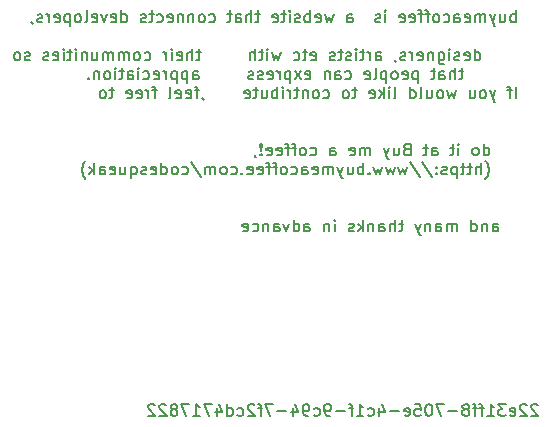
<source format=gbo>
G04 #@! TF.GenerationSoftware,KiCad,Pcbnew,7.0.7*
G04 #@! TF.CreationDate,2023-11-20T01:19:09+00:00*
G04 #@! TF.ProjectId,N2Graphics,4e324772-6170-4686-9963-732e6b696361,1.0*
G04 #@! TF.SameCoordinates,Original*
G04 #@! TF.FileFunction,Legend,Bot*
G04 #@! TF.FilePolarity,Positive*
%FSLAX46Y46*%
G04 Gerber Fmt 4.6, Leading zero omitted, Abs format (unit mm)*
G04 Created by KiCad (PCBNEW 7.0.7) date 2023-11-20 01:19:09*
%MOMM*%
%LPD*%
G01*
G04 APERTURE LIST*
%ADD10C,0.150000*%
%ADD11C,2.000000*%
%ADD12R,1.500000X1.500000*%
%ADD13C,1.500000*%
%ADD14R,1.600000X1.600000*%
%ADD15O,1.600000X1.600000*%
%ADD16C,1.600000*%
G04 APERTURE END LIST*
D10*
X155332824Y-47135260D02*
X155332824Y-46135260D01*
X155332824Y-46516212D02*
X155237586Y-46468593D01*
X155237586Y-46468593D02*
X155047110Y-46468593D01*
X155047110Y-46468593D02*
X154951872Y-46516212D01*
X154951872Y-46516212D02*
X154904253Y-46563831D01*
X154904253Y-46563831D02*
X154856634Y-46659069D01*
X154856634Y-46659069D02*
X154856634Y-46944783D01*
X154856634Y-46944783D02*
X154904253Y-47040021D01*
X154904253Y-47040021D02*
X154951872Y-47087641D01*
X154951872Y-47087641D02*
X155047110Y-47135260D01*
X155047110Y-47135260D02*
X155237586Y-47135260D01*
X155237586Y-47135260D02*
X155332824Y-47087641D01*
X153999491Y-46468593D02*
X153999491Y-47135260D01*
X154428062Y-46468593D02*
X154428062Y-46992402D01*
X154428062Y-46992402D02*
X154380443Y-47087641D01*
X154380443Y-47087641D02*
X154285205Y-47135260D01*
X154285205Y-47135260D02*
X154142348Y-47135260D01*
X154142348Y-47135260D02*
X154047110Y-47087641D01*
X154047110Y-47087641D02*
X153999491Y-47040021D01*
X153618538Y-46468593D02*
X153380443Y-47135260D01*
X153142348Y-46468593D02*
X153380443Y-47135260D01*
X153380443Y-47135260D02*
X153475681Y-47373355D01*
X153475681Y-47373355D02*
X153523300Y-47420974D01*
X153523300Y-47420974D02*
X153618538Y-47468593D01*
X152761395Y-47135260D02*
X152761395Y-46468593D01*
X152761395Y-46563831D02*
X152713776Y-46516212D01*
X152713776Y-46516212D02*
X152618538Y-46468593D01*
X152618538Y-46468593D02*
X152475681Y-46468593D01*
X152475681Y-46468593D02*
X152380443Y-46516212D01*
X152380443Y-46516212D02*
X152332824Y-46611450D01*
X152332824Y-46611450D02*
X152332824Y-47135260D01*
X152332824Y-46611450D02*
X152285205Y-46516212D01*
X152285205Y-46516212D02*
X152189967Y-46468593D01*
X152189967Y-46468593D02*
X152047110Y-46468593D01*
X152047110Y-46468593D02*
X151951871Y-46516212D01*
X151951871Y-46516212D02*
X151904252Y-46611450D01*
X151904252Y-46611450D02*
X151904252Y-47135260D01*
X151047110Y-47087641D02*
X151142348Y-47135260D01*
X151142348Y-47135260D02*
X151332824Y-47135260D01*
X151332824Y-47135260D02*
X151428062Y-47087641D01*
X151428062Y-47087641D02*
X151475681Y-46992402D01*
X151475681Y-46992402D02*
X151475681Y-46611450D01*
X151475681Y-46611450D02*
X151428062Y-46516212D01*
X151428062Y-46516212D02*
X151332824Y-46468593D01*
X151332824Y-46468593D02*
X151142348Y-46468593D01*
X151142348Y-46468593D02*
X151047110Y-46516212D01*
X151047110Y-46516212D02*
X150999491Y-46611450D01*
X150999491Y-46611450D02*
X150999491Y-46706688D01*
X150999491Y-46706688D02*
X151475681Y-46801926D01*
X150142348Y-47135260D02*
X150142348Y-46611450D01*
X150142348Y-46611450D02*
X150189967Y-46516212D01*
X150189967Y-46516212D02*
X150285205Y-46468593D01*
X150285205Y-46468593D02*
X150475681Y-46468593D01*
X150475681Y-46468593D02*
X150570919Y-46516212D01*
X150142348Y-47087641D02*
X150237586Y-47135260D01*
X150237586Y-47135260D02*
X150475681Y-47135260D01*
X150475681Y-47135260D02*
X150570919Y-47087641D01*
X150570919Y-47087641D02*
X150618538Y-46992402D01*
X150618538Y-46992402D02*
X150618538Y-46897164D01*
X150618538Y-46897164D02*
X150570919Y-46801926D01*
X150570919Y-46801926D02*
X150475681Y-46754307D01*
X150475681Y-46754307D02*
X150237586Y-46754307D01*
X150237586Y-46754307D02*
X150142348Y-46706688D01*
X149237586Y-47087641D02*
X149332824Y-47135260D01*
X149332824Y-47135260D02*
X149523300Y-47135260D01*
X149523300Y-47135260D02*
X149618538Y-47087641D01*
X149618538Y-47087641D02*
X149666157Y-47040021D01*
X149666157Y-47040021D02*
X149713776Y-46944783D01*
X149713776Y-46944783D02*
X149713776Y-46659069D01*
X149713776Y-46659069D02*
X149666157Y-46563831D01*
X149666157Y-46563831D02*
X149618538Y-46516212D01*
X149618538Y-46516212D02*
X149523300Y-46468593D01*
X149523300Y-46468593D02*
X149332824Y-46468593D01*
X149332824Y-46468593D02*
X149237586Y-46516212D01*
X148666157Y-47135260D02*
X148761395Y-47087641D01*
X148761395Y-47087641D02*
X148809014Y-47040021D01*
X148809014Y-47040021D02*
X148856633Y-46944783D01*
X148856633Y-46944783D02*
X148856633Y-46659069D01*
X148856633Y-46659069D02*
X148809014Y-46563831D01*
X148809014Y-46563831D02*
X148761395Y-46516212D01*
X148761395Y-46516212D02*
X148666157Y-46468593D01*
X148666157Y-46468593D02*
X148523300Y-46468593D01*
X148523300Y-46468593D02*
X148428062Y-46516212D01*
X148428062Y-46516212D02*
X148380443Y-46563831D01*
X148380443Y-46563831D02*
X148332824Y-46659069D01*
X148332824Y-46659069D02*
X148332824Y-46944783D01*
X148332824Y-46944783D02*
X148380443Y-47040021D01*
X148380443Y-47040021D02*
X148428062Y-47087641D01*
X148428062Y-47087641D02*
X148523300Y-47135260D01*
X148523300Y-47135260D02*
X148666157Y-47135260D01*
X148047109Y-46468593D02*
X147666157Y-46468593D01*
X147904252Y-47135260D02*
X147904252Y-46278117D01*
X147904252Y-46278117D02*
X147856633Y-46182879D01*
X147856633Y-46182879D02*
X147761395Y-46135260D01*
X147761395Y-46135260D02*
X147666157Y-46135260D01*
X147475680Y-46468593D02*
X147094728Y-46468593D01*
X147332823Y-47135260D02*
X147332823Y-46278117D01*
X147332823Y-46278117D02*
X147285204Y-46182879D01*
X147285204Y-46182879D02*
X147189966Y-46135260D01*
X147189966Y-46135260D02*
X147094728Y-46135260D01*
X146380442Y-47087641D02*
X146475680Y-47135260D01*
X146475680Y-47135260D02*
X146666156Y-47135260D01*
X146666156Y-47135260D02*
X146761394Y-47087641D01*
X146761394Y-47087641D02*
X146809013Y-46992402D01*
X146809013Y-46992402D02*
X146809013Y-46611450D01*
X146809013Y-46611450D02*
X146761394Y-46516212D01*
X146761394Y-46516212D02*
X146666156Y-46468593D01*
X146666156Y-46468593D02*
X146475680Y-46468593D01*
X146475680Y-46468593D02*
X146380442Y-46516212D01*
X146380442Y-46516212D02*
X146332823Y-46611450D01*
X146332823Y-46611450D02*
X146332823Y-46706688D01*
X146332823Y-46706688D02*
X146809013Y-46801926D01*
X145523299Y-47087641D02*
X145618537Y-47135260D01*
X145618537Y-47135260D02*
X145809013Y-47135260D01*
X145809013Y-47135260D02*
X145904251Y-47087641D01*
X145904251Y-47087641D02*
X145951870Y-46992402D01*
X145951870Y-46992402D02*
X145951870Y-46611450D01*
X145951870Y-46611450D02*
X145904251Y-46516212D01*
X145904251Y-46516212D02*
X145809013Y-46468593D01*
X145809013Y-46468593D02*
X145618537Y-46468593D01*
X145618537Y-46468593D02*
X145523299Y-46516212D01*
X145523299Y-46516212D02*
X145475680Y-46611450D01*
X145475680Y-46611450D02*
X145475680Y-46706688D01*
X145475680Y-46706688D02*
X145951870Y-46801926D01*
X144285203Y-47135260D02*
X144285203Y-46468593D01*
X144285203Y-46135260D02*
X144332822Y-46182879D01*
X144332822Y-46182879D02*
X144285203Y-46230498D01*
X144285203Y-46230498D02*
X144237584Y-46182879D01*
X144237584Y-46182879D02*
X144285203Y-46135260D01*
X144285203Y-46135260D02*
X144285203Y-46230498D01*
X143856632Y-47087641D02*
X143761394Y-47135260D01*
X143761394Y-47135260D02*
X143570918Y-47135260D01*
X143570918Y-47135260D02*
X143475680Y-47087641D01*
X143475680Y-47087641D02*
X143428061Y-46992402D01*
X143428061Y-46992402D02*
X143428061Y-46944783D01*
X143428061Y-46944783D02*
X143475680Y-46849545D01*
X143475680Y-46849545D02*
X143570918Y-46801926D01*
X143570918Y-46801926D02*
X143713775Y-46801926D01*
X143713775Y-46801926D02*
X143809013Y-46754307D01*
X143809013Y-46754307D02*
X143856632Y-46659069D01*
X143856632Y-46659069D02*
X143856632Y-46611450D01*
X143856632Y-46611450D02*
X143809013Y-46516212D01*
X143809013Y-46516212D02*
X143713775Y-46468593D01*
X143713775Y-46468593D02*
X143570918Y-46468593D01*
X143570918Y-46468593D02*
X143475680Y-46516212D01*
X141047108Y-47135260D02*
X141047108Y-46611450D01*
X141047108Y-46611450D02*
X141094727Y-46516212D01*
X141094727Y-46516212D02*
X141189965Y-46468593D01*
X141189965Y-46468593D02*
X141380441Y-46468593D01*
X141380441Y-46468593D02*
X141475679Y-46516212D01*
X141047108Y-47087641D02*
X141142346Y-47135260D01*
X141142346Y-47135260D02*
X141380441Y-47135260D01*
X141380441Y-47135260D02*
X141475679Y-47087641D01*
X141475679Y-47087641D02*
X141523298Y-46992402D01*
X141523298Y-46992402D02*
X141523298Y-46897164D01*
X141523298Y-46897164D02*
X141475679Y-46801926D01*
X141475679Y-46801926D02*
X141380441Y-46754307D01*
X141380441Y-46754307D02*
X141142346Y-46754307D01*
X141142346Y-46754307D02*
X141047108Y-46706688D01*
X139904250Y-46468593D02*
X139713774Y-47135260D01*
X139713774Y-47135260D02*
X139523298Y-46659069D01*
X139523298Y-46659069D02*
X139332822Y-47135260D01*
X139332822Y-47135260D02*
X139142346Y-46468593D01*
X138380441Y-47087641D02*
X138475679Y-47135260D01*
X138475679Y-47135260D02*
X138666155Y-47135260D01*
X138666155Y-47135260D02*
X138761393Y-47087641D01*
X138761393Y-47087641D02*
X138809012Y-46992402D01*
X138809012Y-46992402D02*
X138809012Y-46611450D01*
X138809012Y-46611450D02*
X138761393Y-46516212D01*
X138761393Y-46516212D02*
X138666155Y-46468593D01*
X138666155Y-46468593D02*
X138475679Y-46468593D01*
X138475679Y-46468593D02*
X138380441Y-46516212D01*
X138380441Y-46516212D02*
X138332822Y-46611450D01*
X138332822Y-46611450D02*
X138332822Y-46706688D01*
X138332822Y-46706688D02*
X138809012Y-46801926D01*
X137904250Y-47135260D02*
X137904250Y-46135260D01*
X137904250Y-46516212D02*
X137809012Y-46468593D01*
X137809012Y-46468593D02*
X137618536Y-46468593D01*
X137618536Y-46468593D02*
X137523298Y-46516212D01*
X137523298Y-46516212D02*
X137475679Y-46563831D01*
X137475679Y-46563831D02*
X137428060Y-46659069D01*
X137428060Y-46659069D02*
X137428060Y-46944783D01*
X137428060Y-46944783D02*
X137475679Y-47040021D01*
X137475679Y-47040021D02*
X137523298Y-47087641D01*
X137523298Y-47087641D02*
X137618536Y-47135260D01*
X137618536Y-47135260D02*
X137809012Y-47135260D01*
X137809012Y-47135260D02*
X137904250Y-47087641D01*
X137047107Y-47087641D02*
X136951869Y-47135260D01*
X136951869Y-47135260D02*
X136761393Y-47135260D01*
X136761393Y-47135260D02*
X136666155Y-47087641D01*
X136666155Y-47087641D02*
X136618536Y-46992402D01*
X136618536Y-46992402D02*
X136618536Y-46944783D01*
X136618536Y-46944783D02*
X136666155Y-46849545D01*
X136666155Y-46849545D02*
X136761393Y-46801926D01*
X136761393Y-46801926D02*
X136904250Y-46801926D01*
X136904250Y-46801926D02*
X136999488Y-46754307D01*
X136999488Y-46754307D02*
X137047107Y-46659069D01*
X137047107Y-46659069D02*
X137047107Y-46611450D01*
X137047107Y-46611450D02*
X136999488Y-46516212D01*
X136999488Y-46516212D02*
X136904250Y-46468593D01*
X136904250Y-46468593D02*
X136761393Y-46468593D01*
X136761393Y-46468593D02*
X136666155Y-46516212D01*
X136189964Y-47135260D02*
X136189964Y-46468593D01*
X136189964Y-46135260D02*
X136237583Y-46182879D01*
X136237583Y-46182879D02*
X136189964Y-46230498D01*
X136189964Y-46230498D02*
X136142345Y-46182879D01*
X136142345Y-46182879D02*
X136189964Y-46135260D01*
X136189964Y-46135260D02*
X136189964Y-46230498D01*
X135856631Y-46468593D02*
X135475679Y-46468593D01*
X135713774Y-46135260D02*
X135713774Y-46992402D01*
X135713774Y-46992402D02*
X135666155Y-47087641D01*
X135666155Y-47087641D02*
X135570917Y-47135260D01*
X135570917Y-47135260D02*
X135475679Y-47135260D01*
X134761393Y-47087641D02*
X134856631Y-47135260D01*
X134856631Y-47135260D02*
X135047107Y-47135260D01*
X135047107Y-47135260D02*
X135142345Y-47087641D01*
X135142345Y-47087641D02*
X135189964Y-46992402D01*
X135189964Y-46992402D02*
X135189964Y-46611450D01*
X135189964Y-46611450D02*
X135142345Y-46516212D01*
X135142345Y-46516212D02*
X135047107Y-46468593D01*
X135047107Y-46468593D02*
X134856631Y-46468593D01*
X134856631Y-46468593D02*
X134761393Y-46516212D01*
X134761393Y-46516212D02*
X134713774Y-46611450D01*
X134713774Y-46611450D02*
X134713774Y-46706688D01*
X134713774Y-46706688D02*
X135189964Y-46801926D01*
X133666154Y-46468593D02*
X133285202Y-46468593D01*
X133523297Y-46135260D02*
X133523297Y-46992402D01*
X133523297Y-46992402D02*
X133475678Y-47087641D01*
X133475678Y-47087641D02*
X133380440Y-47135260D01*
X133380440Y-47135260D02*
X133285202Y-47135260D01*
X132951868Y-47135260D02*
X132951868Y-46135260D01*
X132523297Y-47135260D02*
X132523297Y-46611450D01*
X132523297Y-46611450D02*
X132570916Y-46516212D01*
X132570916Y-46516212D02*
X132666154Y-46468593D01*
X132666154Y-46468593D02*
X132809011Y-46468593D01*
X132809011Y-46468593D02*
X132904249Y-46516212D01*
X132904249Y-46516212D02*
X132951868Y-46563831D01*
X131618535Y-47135260D02*
X131618535Y-46611450D01*
X131618535Y-46611450D02*
X131666154Y-46516212D01*
X131666154Y-46516212D02*
X131761392Y-46468593D01*
X131761392Y-46468593D02*
X131951868Y-46468593D01*
X131951868Y-46468593D02*
X132047106Y-46516212D01*
X131618535Y-47087641D02*
X131713773Y-47135260D01*
X131713773Y-47135260D02*
X131951868Y-47135260D01*
X131951868Y-47135260D02*
X132047106Y-47087641D01*
X132047106Y-47087641D02*
X132094725Y-46992402D01*
X132094725Y-46992402D02*
X132094725Y-46897164D01*
X132094725Y-46897164D02*
X132047106Y-46801926D01*
X132047106Y-46801926D02*
X131951868Y-46754307D01*
X131951868Y-46754307D02*
X131713773Y-46754307D01*
X131713773Y-46754307D02*
X131618535Y-46706688D01*
X131285201Y-46468593D02*
X130904249Y-46468593D01*
X131142344Y-46135260D02*
X131142344Y-46992402D01*
X131142344Y-46992402D02*
X131094725Y-47087641D01*
X131094725Y-47087641D02*
X130999487Y-47135260D01*
X130999487Y-47135260D02*
X130904249Y-47135260D01*
X129380439Y-47087641D02*
X129475677Y-47135260D01*
X129475677Y-47135260D02*
X129666153Y-47135260D01*
X129666153Y-47135260D02*
X129761391Y-47087641D01*
X129761391Y-47087641D02*
X129809010Y-47040021D01*
X129809010Y-47040021D02*
X129856629Y-46944783D01*
X129856629Y-46944783D02*
X129856629Y-46659069D01*
X129856629Y-46659069D02*
X129809010Y-46563831D01*
X129809010Y-46563831D02*
X129761391Y-46516212D01*
X129761391Y-46516212D02*
X129666153Y-46468593D01*
X129666153Y-46468593D02*
X129475677Y-46468593D01*
X129475677Y-46468593D02*
X129380439Y-46516212D01*
X128809010Y-47135260D02*
X128904248Y-47087641D01*
X128904248Y-47087641D02*
X128951867Y-47040021D01*
X128951867Y-47040021D02*
X128999486Y-46944783D01*
X128999486Y-46944783D02*
X128999486Y-46659069D01*
X128999486Y-46659069D02*
X128951867Y-46563831D01*
X128951867Y-46563831D02*
X128904248Y-46516212D01*
X128904248Y-46516212D02*
X128809010Y-46468593D01*
X128809010Y-46468593D02*
X128666153Y-46468593D01*
X128666153Y-46468593D02*
X128570915Y-46516212D01*
X128570915Y-46516212D02*
X128523296Y-46563831D01*
X128523296Y-46563831D02*
X128475677Y-46659069D01*
X128475677Y-46659069D02*
X128475677Y-46944783D01*
X128475677Y-46944783D02*
X128523296Y-47040021D01*
X128523296Y-47040021D02*
X128570915Y-47087641D01*
X128570915Y-47087641D02*
X128666153Y-47135260D01*
X128666153Y-47135260D02*
X128809010Y-47135260D01*
X128047105Y-46468593D02*
X128047105Y-47135260D01*
X128047105Y-46563831D02*
X127999486Y-46516212D01*
X127999486Y-46516212D02*
X127904248Y-46468593D01*
X127904248Y-46468593D02*
X127761391Y-46468593D01*
X127761391Y-46468593D02*
X127666153Y-46516212D01*
X127666153Y-46516212D02*
X127618534Y-46611450D01*
X127618534Y-46611450D02*
X127618534Y-47135260D01*
X127142343Y-46468593D02*
X127142343Y-47135260D01*
X127142343Y-46563831D02*
X127094724Y-46516212D01*
X127094724Y-46516212D02*
X126999486Y-46468593D01*
X126999486Y-46468593D02*
X126856629Y-46468593D01*
X126856629Y-46468593D02*
X126761391Y-46516212D01*
X126761391Y-46516212D02*
X126713772Y-46611450D01*
X126713772Y-46611450D02*
X126713772Y-47135260D01*
X125856629Y-47087641D02*
X125951867Y-47135260D01*
X125951867Y-47135260D02*
X126142343Y-47135260D01*
X126142343Y-47135260D02*
X126237581Y-47087641D01*
X126237581Y-47087641D02*
X126285200Y-46992402D01*
X126285200Y-46992402D02*
X126285200Y-46611450D01*
X126285200Y-46611450D02*
X126237581Y-46516212D01*
X126237581Y-46516212D02*
X126142343Y-46468593D01*
X126142343Y-46468593D02*
X125951867Y-46468593D01*
X125951867Y-46468593D02*
X125856629Y-46516212D01*
X125856629Y-46516212D02*
X125809010Y-46611450D01*
X125809010Y-46611450D02*
X125809010Y-46706688D01*
X125809010Y-46706688D02*
X126285200Y-46801926D01*
X124951867Y-47087641D02*
X125047105Y-47135260D01*
X125047105Y-47135260D02*
X125237581Y-47135260D01*
X125237581Y-47135260D02*
X125332819Y-47087641D01*
X125332819Y-47087641D02*
X125380438Y-47040021D01*
X125380438Y-47040021D02*
X125428057Y-46944783D01*
X125428057Y-46944783D02*
X125428057Y-46659069D01*
X125428057Y-46659069D02*
X125380438Y-46563831D01*
X125380438Y-46563831D02*
X125332819Y-46516212D01*
X125332819Y-46516212D02*
X125237581Y-46468593D01*
X125237581Y-46468593D02*
X125047105Y-46468593D01*
X125047105Y-46468593D02*
X124951867Y-46516212D01*
X124666152Y-46468593D02*
X124285200Y-46468593D01*
X124523295Y-46135260D02*
X124523295Y-46992402D01*
X124523295Y-46992402D02*
X124475676Y-47087641D01*
X124475676Y-47087641D02*
X124380438Y-47135260D01*
X124380438Y-47135260D02*
X124285200Y-47135260D01*
X123999485Y-47087641D02*
X123904247Y-47135260D01*
X123904247Y-47135260D02*
X123713771Y-47135260D01*
X123713771Y-47135260D02*
X123618533Y-47087641D01*
X123618533Y-47087641D02*
X123570914Y-46992402D01*
X123570914Y-46992402D02*
X123570914Y-46944783D01*
X123570914Y-46944783D02*
X123618533Y-46849545D01*
X123618533Y-46849545D02*
X123713771Y-46801926D01*
X123713771Y-46801926D02*
X123856628Y-46801926D01*
X123856628Y-46801926D02*
X123951866Y-46754307D01*
X123951866Y-46754307D02*
X123999485Y-46659069D01*
X123999485Y-46659069D02*
X123999485Y-46611450D01*
X123999485Y-46611450D02*
X123951866Y-46516212D01*
X123951866Y-46516212D02*
X123856628Y-46468593D01*
X123856628Y-46468593D02*
X123713771Y-46468593D01*
X123713771Y-46468593D02*
X123618533Y-46516212D01*
X121951866Y-47135260D02*
X121951866Y-46135260D01*
X121951866Y-47087641D02*
X122047104Y-47135260D01*
X122047104Y-47135260D02*
X122237580Y-47135260D01*
X122237580Y-47135260D02*
X122332818Y-47087641D01*
X122332818Y-47087641D02*
X122380437Y-47040021D01*
X122380437Y-47040021D02*
X122428056Y-46944783D01*
X122428056Y-46944783D02*
X122428056Y-46659069D01*
X122428056Y-46659069D02*
X122380437Y-46563831D01*
X122380437Y-46563831D02*
X122332818Y-46516212D01*
X122332818Y-46516212D02*
X122237580Y-46468593D01*
X122237580Y-46468593D02*
X122047104Y-46468593D01*
X122047104Y-46468593D02*
X121951866Y-46516212D01*
X121094723Y-47087641D02*
X121189961Y-47135260D01*
X121189961Y-47135260D02*
X121380437Y-47135260D01*
X121380437Y-47135260D02*
X121475675Y-47087641D01*
X121475675Y-47087641D02*
X121523294Y-46992402D01*
X121523294Y-46992402D02*
X121523294Y-46611450D01*
X121523294Y-46611450D02*
X121475675Y-46516212D01*
X121475675Y-46516212D02*
X121380437Y-46468593D01*
X121380437Y-46468593D02*
X121189961Y-46468593D01*
X121189961Y-46468593D02*
X121094723Y-46516212D01*
X121094723Y-46516212D02*
X121047104Y-46611450D01*
X121047104Y-46611450D02*
X121047104Y-46706688D01*
X121047104Y-46706688D02*
X121523294Y-46801926D01*
X120713770Y-46468593D02*
X120475675Y-47135260D01*
X120475675Y-47135260D02*
X120237580Y-46468593D01*
X119475675Y-47087641D02*
X119570913Y-47135260D01*
X119570913Y-47135260D02*
X119761389Y-47135260D01*
X119761389Y-47135260D02*
X119856627Y-47087641D01*
X119856627Y-47087641D02*
X119904246Y-46992402D01*
X119904246Y-46992402D02*
X119904246Y-46611450D01*
X119904246Y-46611450D02*
X119856627Y-46516212D01*
X119856627Y-46516212D02*
X119761389Y-46468593D01*
X119761389Y-46468593D02*
X119570913Y-46468593D01*
X119570913Y-46468593D02*
X119475675Y-46516212D01*
X119475675Y-46516212D02*
X119428056Y-46611450D01*
X119428056Y-46611450D02*
X119428056Y-46706688D01*
X119428056Y-46706688D02*
X119904246Y-46801926D01*
X118856627Y-47135260D02*
X118951865Y-47087641D01*
X118951865Y-47087641D02*
X118999484Y-46992402D01*
X118999484Y-46992402D02*
X118999484Y-46135260D01*
X118332817Y-47135260D02*
X118428055Y-47087641D01*
X118428055Y-47087641D02*
X118475674Y-47040021D01*
X118475674Y-47040021D02*
X118523293Y-46944783D01*
X118523293Y-46944783D02*
X118523293Y-46659069D01*
X118523293Y-46659069D02*
X118475674Y-46563831D01*
X118475674Y-46563831D02*
X118428055Y-46516212D01*
X118428055Y-46516212D02*
X118332817Y-46468593D01*
X118332817Y-46468593D02*
X118189960Y-46468593D01*
X118189960Y-46468593D02*
X118094722Y-46516212D01*
X118094722Y-46516212D02*
X118047103Y-46563831D01*
X118047103Y-46563831D02*
X117999484Y-46659069D01*
X117999484Y-46659069D02*
X117999484Y-46944783D01*
X117999484Y-46944783D02*
X118047103Y-47040021D01*
X118047103Y-47040021D02*
X118094722Y-47087641D01*
X118094722Y-47087641D02*
X118189960Y-47135260D01*
X118189960Y-47135260D02*
X118332817Y-47135260D01*
X117570912Y-46468593D02*
X117570912Y-47468593D01*
X117570912Y-46516212D02*
X117475674Y-46468593D01*
X117475674Y-46468593D02*
X117285198Y-46468593D01*
X117285198Y-46468593D02*
X117189960Y-46516212D01*
X117189960Y-46516212D02*
X117142341Y-46563831D01*
X117142341Y-46563831D02*
X117094722Y-46659069D01*
X117094722Y-46659069D02*
X117094722Y-46944783D01*
X117094722Y-46944783D02*
X117142341Y-47040021D01*
X117142341Y-47040021D02*
X117189960Y-47087641D01*
X117189960Y-47087641D02*
X117285198Y-47135260D01*
X117285198Y-47135260D02*
X117475674Y-47135260D01*
X117475674Y-47135260D02*
X117570912Y-47087641D01*
X116285198Y-47087641D02*
X116380436Y-47135260D01*
X116380436Y-47135260D02*
X116570912Y-47135260D01*
X116570912Y-47135260D02*
X116666150Y-47087641D01*
X116666150Y-47087641D02*
X116713769Y-46992402D01*
X116713769Y-46992402D02*
X116713769Y-46611450D01*
X116713769Y-46611450D02*
X116666150Y-46516212D01*
X116666150Y-46516212D02*
X116570912Y-46468593D01*
X116570912Y-46468593D02*
X116380436Y-46468593D01*
X116380436Y-46468593D02*
X116285198Y-46516212D01*
X116285198Y-46516212D02*
X116237579Y-46611450D01*
X116237579Y-46611450D02*
X116237579Y-46706688D01*
X116237579Y-46706688D02*
X116713769Y-46801926D01*
X115809007Y-47135260D02*
X115809007Y-46468593D01*
X115809007Y-46659069D02*
X115761388Y-46563831D01*
X115761388Y-46563831D02*
X115713769Y-46516212D01*
X115713769Y-46516212D02*
X115618531Y-46468593D01*
X115618531Y-46468593D02*
X115523293Y-46468593D01*
X115237578Y-47087641D02*
X115142340Y-47135260D01*
X115142340Y-47135260D02*
X114951864Y-47135260D01*
X114951864Y-47135260D02*
X114856626Y-47087641D01*
X114856626Y-47087641D02*
X114809007Y-46992402D01*
X114809007Y-46992402D02*
X114809007Y-46944783D01*
X114809007Y-46944783D02*
X114856626Y-46849545D01*
X114856626Y-46849545D02*
X114951864Y-46801926D01*
X114951864Y-46801926D02*
X115094721Y-46801926D01*
X115094721Y-46801926D02*
X115189959Y-46754307D01*
X115189959Y-46754307D02*
X115237578Y-46659069D01*
X115237578Y-46659069D02*
X115237578Y-46611450D01*
X115237578Y-46611450D02*
X115189959Y-46516212D01*
X115189959Y-46516212D02*
X115094721Y-46468593D01*
X115094721Y-46468593D02*
X114951864Y-46468593D01*
X114951864Y-46468593D02*
X114856626Y-46516212D01*
X114332816Y-47087641D02*
X114332816Y-47135260D01*
X114332816Y-47135260D02*
X114380435Y-47230498D01*
X114380435Y-47230498D02*
X114428054Y-47278117D01*
X151856633Y-50355260D02*
X151856633Y-49355260D01*
X151856633Y-50307641D02*
X151951871Y-50355260D01*
X151951871Y-50355260D02*
X152142347Y-50355260D01*
X152142347Y-50355260D02*
X152237585Y-50307641D01*
X152237585Y-50307641D02*
X152285204Y-50260021D01*
X152285204Y-50260021D02*
X152332823Y-50164783D01*
X152332823Y-50164783D02*
X152332823Y-49879069D01*
X152332823Y-49879069D02*
X152285204Y-49783831D01*
X152285204Y-49783831D02*
X152237585Y-49736212D01*
X152237585Y-49736212D02*
X152142347Y-49688593D01*
X152142347Y-49688593D02*
X151951871Y-49688593D01*
X151951871Y-49688593D02*
X151856633Y-49736212D01*
X150999490Y-50307641D02*
X151094728Y-50355260D01*
X151094728Y-50355260D02*
X151285204Y-50355260D01*
X151285204Y-50355260D02*
X151380442Y-50307641D01*
X151380442Y-50307641D02*
X151428061Y-50212402D01*
X151428061Y-50212402D02*
X151428061Y-49831450D01*
X151428061Y-49831450D02*
X151380442Y-49736212D01*
X151380442Y-49736212D02*
X151285204Y-49688593D01*
X151285204Y-49688593D02*
X151094728Y-49688593D01*
X151094728Y-49688593D02*
X150999490Y-49736212D01*
X150999490Y-49736212D02*
X150951871Y-49831450D01*
X150951871Y-49831450D02*
X150951871Y-49926688D01*
X150951871Y-49926688D02*
X151428061Y-50021926D01*
X150570918Y-50307641D02*
X150475680Y-50355260D01*
X150475680Y-50355260D02*
X150285204Y-50355260D01*
X150285204Y-50355260D02*
X150189966Y-50307641D01*
X150189966Y-50307641D02*
X150142347Y-50212402D01*
X150142347Y-50212402D02*
X150142347Y-50164783D01*
X150142347Y-50164783D02*
X150189966Y-50069545D01*
X150189966Y-50069545D02*
X150285204Y-50021926D01*
X150285204Y-50021926D02*
X150428061Y-50021926D01*
X150428061Y-50021926D02*
X150523299Y-49974307D01*
X150523299Y-49974307D02*
X150570918Y-49879069D01*
X150570918Y-49879069D02*
X150570918Y-49831450D01*
X150570918Y-49831450D02*
X150523299Y-49736212D01*
X150523299Y-49736212D02*
X150428061Y-49688593D01*
X150428061Y-49688593D02*
X150285204Y-49688593D01*
X150285204Y-49688593D02*
X150189966Y-49736212D01*
X149713775Y-50355260D02*
X149713775Y-49688593D01*
X149713775Y-49355260D02*
X149761394Y-49402879D01*
X149761394Y-49402879D02*
X149713775Y-49450498D01*
X149713775Y-49450498D02*
X149666156Y-49402879D01*
X149666156Y-49402879D02*
X149713775Y-49355260D01*
X149713775Y-49355260D02*
X149713775Y-49450498D01*
X148809014Y-49688593D02*
X148809014Y-50498117D01*
X148809014Y-50498117D02*
X148856633Y-50593355D01*
X148856633Y-50593355D02*
X148904252Y-50640974D01*
X148904252Y-50640974D02*
X148999490Y-50688593D01*
X148999490Y-50688593D02*
X149142347Y-50688593D01*
X149142347Y-50688593D02*
X149237585Y-50640974D01*
X148809014Y-50307641D02*
X148904252Y-50355260D01*
X148904252Y-50355260D02*
X149094728Y-50355260D01*
X149094728Y-50355260D02*
X149189966Y-50307641D01*
X149189966Y-50307641D02*
X149237585Y-50260021D01*
X149237585Y-50260021D02*
X149285204Y-50164783D01*
X149285204Y-50164783D02*
X149285204Y-49879069D01*
X149285204Y-49879069D02*
X149237585Y-49783831D01*
X149237585Y-49783831D02*
X149189966Y-49736212D01*
X149189966Y-49736212D02*
X149094728Y-49688593D01*
X149094728Y-49688593D02*
X148904252Y-49688593D01*
X148904252Y-49688593D02*
X148809014Y-49736212D01*
X148332823Y-49688593D02*
X148332823Y-50355260D01*
X148332823Y-49783831D02*
X148285204Y-49736212D01*
X148285204Y-49736212D02*
X148189966Y-49688593D01*
X148189966Y-49688593D02*
X148047109Y-49688593D01*
X148047109Y-49688593D02*
X147951871Y-49736212D01*
X147951871Y-49736212D02*
X147904252Y-49831450D01*
X147904252Y-49831450D02*
X147904252Y-50355260D01*
X147047109Y-50307641D02*
X147142347Y-50355260D01*
X147142347Y-50355260D02*
X147332823Y-50355260D01*
X147332823Y-50355260D02*
X147428061Y-50307641D01*
X147428061Y-50307641D02*
X147475680Y-50212402D01*
X147475680Y-50212402D02*
X147475680Y-49831450D01*
X147475680Y-49831450D02*
X147428061Y-49736212D01*
X147428061Y-49736212D02*
X147332823Y-49688593D01*
X147332823Y-49688593D02*
X147142347Y-49688593D01*
X147142347Y-49688593D02*
X147047109Y-49736212D01*
X147047109Y-49736212D02*
X146999490Y-49831450D01*
X146999490Y-49831450D02*
X146999490Y-49926688D01*
X146999490Y-49926688D02*
X147475680Y-50021926D01*
X146570918Y-50355260D02*
X146570918Y-49688593D01*
X146570918Y-49879069D02*
X146523299Y-49783831D01*
X146523299Y-49783831D02*
X146475680Y-49736212D01*
X146475680Y-49736212D02*
X146380442Y-49688593D01*
X146380442Y-49688593D02*
X146285204Y-49688593D01*
X145999489Y-50307641D02*
X145904251Y-50355260D01*
X145904251Y-50355260D02*
X145713775Y-50355260D01*
X145713775Y-50355260D02*
X145618537Y-50307641D01*
X145618537Y-50307641D02*
X145570918Y-50212402D01*
X145570918Y-50212402D02*
X145570918Y-50164783D01*
X145570918Y-50164783D02*
X145618537Y-50069545D01*
X145618537Y-50069545D02*
X145713775Y-50021926D01*
X145713775Y-50021926D02*
X145856632Y-50021926D01*
X145856632Y-50021926D02*
X145951870Y-49974307D01*
X145951870Y-49974307D02*
X145999489Y-49879069D01*
X145999489Y-49879069D02*
X145999489Y-49831450D01*
X145999489Y-49831450D02*
X145951870Y-49736212D01*
X145951870Y-49736212D02*
X145856632Y-49688593D01*
X145856632Y-49688593D02*
X145713775Y-49688593D01*
X145713775Y-49688593D02*
X145618537Y-49736212D01*
X145094727Y-50307641D02*
X145094727Y-50355260D01*
X145094727Y-50355260D02*
X145142346Y-50450498D01*
X145142346Y-50450498D02*
X145189965Y-50498117D01*
X143475680Y-50355260D02*
X143475680Y-49831450D01*
X143475680Y-49831450D02*
X143523299Y-49736212D01*
X143523299Y-49736212D02*
X143618537Y-49688593D01*
X143618537Y-49688593D02*
X143809013Y-49688593D01*
X143809013Y-49688593D02*
X143904251Y-49736212D01*
X143475680Y-50307641D02*
X143570918Y-50355260D01*
X143570918Y-50355260D02*
X143809013Y-50355260D01*
X143809013Y-50355260D02*
X143904251Y-50307641D01*
X143904251Y-50307641D02*
X143951870Y-50212402D01*
X143951870Y-50212402D02*
X143951870Y-50117164D01*
X143951870Y-50117164D02*
X143904251Y-50021926D01*
X143904251Y-50021926D02*
X143809013Y-49974307D01*
X143809013Y-49974307D02*
X143570918Y-49974307D01*
X143570918Y-49974307D02*
X143475680Y-49926688D01*
X142999489Y-50355260D02*
X142999489Y-49688593D01*
X142999489Y-49879069D02*
X142951870Y-49783831D01*
X142951870Y-49783831D02*
X142904251Y-49736212D01*
X142904251Y-49736212D02*
X142809013Y-49688593D01*
X142809013Y-49688593D02*
X142713775Y-49688593D01*
X142523298Y-49688593D02*
X142142346Y-49688593D01*
X142380441Y-49355260D02*
X142380441Y-50212402D01*
X142380441Y-50212402D02*
X142332822Y-50307641D01*
X142332822Y-50307641D02*
X142237584Y-50355260D01*
X142237584Y-50355260D02*
X142142346Y-50355260D01*
X141809012Y-50355260D02*
X141809012Y-49688593D01*
X141809012Y-49355260D02*
X141856631Y-49402879D01*
X141856631Y-49402879D02*
X141809012Y-49450498D01*
X141809012Y-49450498D02*
X141761393Y-49402879D01*
X141761393Y-49402879D02*
X141809012Y-49355260D01*
X141809012Y-49355260D02*
X141809012Y-49450498D01*
X141380441Y-50307641D02*
X141285203Y-50355260D01*
X141285203Y-50355260D02*
X141094727Y-50355260D01*
X141094727Y-50355260D02*
X140999489Y-50307641D01*
X140999489Y-50307641D02*
X140951870Y-50212402D01*
X140951870Y-50212402D02*
X140951870Y-50164783D01*
X140951870Y-50164783D02*
X140999489Y-50069545D01*
X140999489Y-50069545D02*
X141094727Y-50021926D01*
X141094727Y-50021926D02*
X141237584Y-50021926D01*
X141237584Y-50021926D02*
X141332822Y-49974307D01*
X141332822Y-49974307D02*
X141380441Y-49879069D01*
X141380441Y-49879069D02*
X141380441Y-49831450D01*
X141380441Y-49831450D02*
X141332822Y-49736212D01*
X141332822Y-49736212D02*
X141237584Y-49688593D01*
X141237584Y-49688593D02*
X141094727Y-49688593D01*
X141094727Y-49688593D02*
X140999489Y-49736212D01*
X140666155Y-49688593D02*
X140285203Y-49688593D01*
X140523298Y-49355260D02*
X140523298Y-50212402D01*
X140523298Y-50212402D02*
X140475679Y-50307641D01*
X140475679Y-50307641D02*
X140380441Y-50355260D01*
X140380441Y-50355260D02*
X140285203Y-50355260D01*
X139999488Y-50307641D02*
X139904250Y-50355260D01*
X139904250Y-50355260D02*
X139713774Y-50355260D01*
X139713774Y-50355260D02*
X139618536Y-50307641D01*
X139618536Y-50307641D02*
X139570917Y-50212402D01*
X139570917Y-50212402D02*
X139570917Y-50164783D01*
X139570917Y-50164783D02*
X139618536Y-50069545D01*
X139618536Y-50069545D02*
X139713774Y-50021926D01*
X139713774Y-50021926D02*
X139856631Y-50021926D01*
X139856631Y-50021926D02*
X139951869Y-49974307D01*
X139951869Y-49974307D02*
X139999488Y-49879069D01*
X139999488Y-49879069D02*
X139999488Y-49831450D01*
X139999488Y-49831450D02*
X139951869Y-49736212D01*
X139951869Y-49736212D02*
X139856631Y-49688593D01*
X139856631Y-49688593D02*
X139713774Y-49688593D01*
X139713774Y-49688593D02*
X139618536Y-49736212D01*
X137999488Y-50307641D02*
X138094726Y-50355260D01*
X138094726Y-50355260D02*
X138285202Y-50355260D01*
X138285202Y-50355260D02*
X138380440Y-50307641D01*
X138380440Y-50307641D02*
X138428059Y-50212402D01*
X138428059Y-50212402D02*
X138428059Y-49831450D01*
X138428059Y-49831450D02*
X138380440Y-49736212D01*
X138380440Y-49736212D02*
X138285202Y-49688593D01*
X138285202Y-49688593D02*
X138094726Y-49688593D01*
X138094726Y-49688593D02*
X137999488Y-49736212D01*
X137999488Y-49736212D02*
X137951869Y-49831450D01*
X137951869Y-49831450D02*
X137951869Y-49926688D01*
X137951869Y-49926688D02*
X138428059Y-50021926D01*
X137666154Y-49688593D02*
X137285202Y-49688593D01*
X137523297Y-49355260D02*
X137523297Y-50212402D01*
X137523297Y-50212402D02*
X137475678Y-50307641D01*
X137475678Y-50307641D02*
X137380440Y-50355260D01*
X137380440Y-50355260D02*
X137285202Y-50355260D01*
X136523297Y-50307641D02*
X136618535Y-50355260D01*
X136618535Y-50355260D02*
X136809011Y-50355260D01*
X136809011Y-50355260D02*
X136904249Y-50307641D01*
X136904249Y-50307641D02*
X136951868Y-50260021D01*
X136951868Y-50260021D02*
X136999487Y-50164783D01*
X136999487Y-50164783D02*
X136999487Y-49879069D01*
X136999487Y-49879069D02*
X136951868Y-49783831D01*
X136951868Y-49783831D02*
X136904249Y-49736212D01*
X136904249Y-49736212D02*
X136809011Y-49688593D01*
X136809011Y-49688593D02*
X136618535Y-49688593D01*
X136618535Y-49688593D02*
X136523297Y-49736212D01*
X135428058Y-49688593D02*
X135237582Y-50355260D01*
X135237582Y-50355260D02*
X135047106Y-49879069D01*
X135047106Y-49879069D02*
X134856630Y-50355260D01*
X134856630Y-50355260D02*
X134666154Y-49688593D01*
X134285201Y-50355260D02*
X134285201Y-49688593D01*
X134285201Y-49355260D02*
X134332820Y-49402879D01*
X134332820Y-49402879D02*
X134285201Y-49450498D01*
X134285201Y-49450498D02*
X134237582Y-49402879D01*
X134237582Y-49402879D02*
X134285201Y-49355260D01*
X134285201Y-49355260D02*
X134285201Y-49450498D01*
X133951868Y-49688593D02*
X133570916Y-49688593D01*
X133809011Y-49355260D02*
X133809011Y-50212402D01*
X133809011Y-50212402D02*
X133761392Y-50307641D01*
X133761392Y-50307641D02*
X133666154Y-50355260D01*
X133666154Y-50355260D02*
X133570916Y-50355260D01*
X133237582Y-50355260D02*
X133237582Y-49355260D01*
X132809011Y-50355260D02*
X132809011Y-49831450D01*
X132809011Y-49831450D02*
X132856630Y-49736212D01*
X132856630Y-49736212D02*
X132951868Y-49688593D01*
X132951868Y-49688593D02*
X133094725Y-49688593D01*
X133094725Y-49688593D02*
X133189963Y-49736212D01*
X133189963Y-49736212D02*
X133237582Y-49783831D01*
X128666152Y-49688593D02*
X128285200Y-49688593D01*
X128523295Y-49355260D02*
X128523295Y-50212402D01*
X128523295Y-50212402D02*
X128475676Y-50307641D01*
X128475676Y-50307641D02*
X128380438Y-50355260D01*
X128380438Y-50355260D02*
X128285200Y-50355260D01*
X127951866Y-50355260D02*
X127951866Y-49355260D01*
X127523295Y-50355260D02*
X127523295Y-49831450D01*
X127523295Y-49831450D02*
X127570914Y-49736212D01*
X127570914Y-49736212D02*
X127666152Y-49688593D01*
X127666152Y-49688593D02*
X127809009Y-49688593D01*
X127809009Y-49688593D02*
X127904247Y-49736212D01*
X127904247Y-49736212D02*
X127951866Y-49783831D01*
X126666152Y-50307641D02*
X126761390Y-50355260D01*
X126761390Y-50355260D02*
X126951866Y-50355260D01*
X126951866Y-50355260D02*
X127047104Y-50307641D01*
X127047104Y-50307641D02*
X127094723Y-50212402D01*
X127094723Y-50212402D02*
X127094723Y-49831450D01*
X127094723Y-49831450D02*
X127047104Y-49736212D01*
X127047104Y-49736212D02*
X126951866Y-49688593D01*
X126951866Y-49688593D02*
X126761390Y-49688593D01*
X126761390Y-49688593D02*
X126666152Y-49736212D01*
X126666152Y-49736212D02*
X126618533Y-49831450D01*
X126618533Y-49831450D02*
X126618533Y-49926688D01*
X126618533Y-49926688D02*
X127094723Y-50021926D01*
X126189961Y-50355260D02*
X126189961Y-49688593D01*
X126189961Y-49355260D02*
X126237580Y-49402879D01*
X126237580Y-49402879D02*
X126189961Y-49450498D01*
X126189961Y-49450498D02*
X126142342Y-49402879D01*
X126142342Y-49402879D02*
X126189961Y-49355260D01*
X126189961Y-49355260D02*
X126189961Y-49450498D01*
X125713771Y-50355260D02*
X125713771Y-49688593D01*
X125713771Y-49879069D02*
X125666152Y-49783831D01*
X125666152Y-49783831D02*
X125618533Y-49736212D01*
X125618533Y-49736212D02*
X125523295Y-49688593D01*
X125523295Y-49688593D02*
X125428057Y-49688593D01*
X123904247Y-50307641D02*
X123999485Y-50355260D01*
X123999485Y-50355260D02*
X124189961Y-50355260D01*
X124189961Y-50355260D02*
X124285199Y-50307641D01*
X124285199Y-50307641D02*
X124332818Y-50260021D01*
X124332818Y-50260021D02*
X124380437Y-50164783D01*
X124380437Y-50164783D02*
X124380437Y-49879069D01*
X124380437Y-49879069D02*
X124332818Y-49783831D01*
X124332818Y-49783831D02*
X124285199Y-49736212D01*
X124285199Y-49736212D02*
X124189961Y-49688593D01*
X124189961Y-49688593D02*
X123999485Y-49688593D01*
X123999485Y-49688593D02*
X123904247Y-49736212D01*
X123332818Y-50355260D02*
X123428056Y-50307641D01*
X123428056Y-50307641D02*
X123475675Y-50260021D01*
X123475675Y-50260021D02*
X123523294Y-50164783D01*
X123523294Y-50164783D02*
X123523294Y-49879069D01*
X123523294Y-49879069D02*
X123475675Y-49783831D01*
X123475675Y-49783831D02*
X123428056Y-49736212D01*
X123428056Y-49736212D02*
X123332818Y-49688593D01*
X123332818Y-49688593D02*
X123189961Y-49688593D01*
X123189961Y-49688593D02*
X123094723Y-49736212D01*
X123094723Y-49736212D02*
X123047104Y-49783831D01*
X123047104Y-49783831D02*
X122999485Y-49879069D01*
X122999485Y-49879069D02*
X122999485Y-50164783D01*
X122999485Y-50164783D02*
X123047104Y-50260021D01*
X123047104Y-50260021D02*
X123094723Y-50307641D01*
X123094723Y-50307641D02*
X123189961Y-50355260D01*
X123189961Y-50355260D02*
X123332818Y-50355260D01*
X122570913Y-50355260D02*
X122570913Y-49688593D01*
X122570913Y-49783831D02*
X122523294Y-49736212D01*
X122523294Y-49736212D02*
X122428056Y-49688593D01*
X122428056Y-49688593D02*
X122285199Y-49688593D01*
X122285199Y-49688593D02*
X122189961Y-49736212D01*
X122189961Y-49736212D02*
X122142342Y-49831450D01*
X122142342Y-49831450D02*
X122142342Y-50355260D01*
X122142342Y-49831450D02*
X122094723Y-49736212D01*
X122094723Y-49736212D02*
X121999485Y-49688593D01*
X121999485Y-49688593D02*
X121856628Y-49688593D01*
X121856628Y-49688593D02*
X121761389Y-49736212D01*
X121761389Y-49736212D02*
X121713770Y-49831450D01*
X121713770Y-49831450D02*
X121713770Y-50355260D01*
X121237580Y-50355260D02*
X121237580Y-49688593D01*
X121237580Y-49783831D02*
X121189961Y-49736212D01*
X121189961Y-49736212D02*
X121094723Y-49688593D01*
X121094723Y-49688593D02*
X120951866Y-49688593D01*
X120951866Y-49688593D02*
X120856628Y-49736212D01*
X120856628Y-49736212D02*
X120809009Y-49831450D01*
X120809009Y-49831450D02*
X120809009Y-50355260D01*
X120809009Y-49831450D02*
X120761390Y-49736212D01*
X120761390Y-49736212D02*
X120666152Y-49688593D01*
X120666152Y-49688593D02*
X120523295Y-49688593D01*
X120523295Y-49688593D02*
X120428056Y-49736212D01*
X120428056Y-49736212D02*
X120380437Y-49831450D01*
X120380437Y-49831450D02*
X120380437Y-50355260D01*
X119475676Y-49688593D02*
X119475676Y-50355260D01*
X119904247Y-49688593D02*
X119904247Y-50212402D01*
X119904247Y-50212402D02*
X119856628Y-50307641D01*
X119856628Y-50307641D02*
X119761390Y-50355260D01*
X119761390Y-50355260D02*
X119618533Y-50355260D01*
X119618533Y-50355260D02*
X119523295Y-50307641D01*
X119523295Y-50307641D02*
X119475676Y-50260021D01*
X118999485Y-49688593D02*
X118999485Y-50355260D01*
X118999485Y-49783831D02*
X118951866Y-49736212D01*
X118951866Y-49736212D02*
X118856628Y-49688593D01*
X118856628Y-49688593D02*
X118713771Y-49688593D01*
X118713771Y-49688593D02*
X118618533Y-49736212D01*
X118618533Y-49736212D02*
X118570914Y-49831450D01*
X118570914Y-49831450D02*
X118570914Y-50355260D01*
X118094723Y-50355260D02*
X118094723Y-49688593D01*
X118094723Y-49355260D02*
X118142342Y-49402879D01*
X118142342Y-49402879D02*
X118094723Y-49450498D01*
X118094723Y-49450498D02*
X118047104Y-49402879D01*
X118047104Y-49402879D02*
X118094723Y-49355260D01*
X118094723Y-49355260D02*
X118094723Y-49450498D01*
X117761390Y-49688593D02*
X117380438Y-49688593D01*
X117618533Y-49355260D02*
X117618533Y-50212402D01*
X117618533Y-50212402D02*
X117570914Y-50307641D01*
X117570914Y-50307641D02*
X117475676Y-50355260D01*
X117475676Y-50355260D02*
X117380438Y-50355260D01*
X117047104Y-50355260D02*
X117047104Y-49688593D01*
X117047104Y-49355260D02*
X117094723Y-49402879D01*
X117094723Y-49402879D02*
X117047104Y-49450498D01*
X117047104Y-49450498D02*
X116999485Y-49402879D01*
X116999485Y-49402879D02*
X117047104Y-49355260D01*
X117047104Y-49355260D02*
X117047104Y-49450498D01*
X116189962Y-50307641D02*
X116285200Y-50355260D01*
X116285200Y-50355260D02*
X116475676Y-50355260D01*
X116475676Y-50355260D02*
X116570914Y-50307641D01*
X116570914Y-50307641D02*
X116618533Y-50212402D01*
X116618533Y-50212402D02*
X116618533Y-49831450D01*
X116618533Y-49831450D02*
X116570914Y-49736212D01*
X116570914Y-49736212D02*
X116475676Y-49688593D01*
X116475676Y-49688593D02*
X116285200Y-49688593D01*
X116285200Y-49688593D02*
X116189962Y-49736212D01*
X116189962Y-49736212D02*
X116142343Y-49831450D01*
X116142343Y-49831450D02*
X116142343Y-49926688D01*
X116142343Y-49926688D02*
X116618533Y-50021926D01*
X115761390Y-50307641D02*
X115666152Y-50355260D01*
X115666152Y-50355260D02*
X115475676Y-50355260D01*
X115475676Y-50355260D02*
X115380438Y-50307641D01*
X115380438Y-50307641D02*
X115332819Y-50212402D01*
X115332819Y-50212402D02*
X115332819Y-50164783D01*
X115332819Y-50164783D02*
X115380438Y-50069545D01*
X115380438Y-50069545D02*
X115475676Y-50021926D01*
X115475676Y-50021926D02*
X115618533Y-50021926D01*
X115618533Y-50021926D02*
X115713771Y-49974307D01*
X115713771Y-49974307D02*
X115761390Y-49879069D01*
X115761390Y-49879069D02*
X115761390Y-49831450D01*
X115761390Y-49831450D02*
X115713771Y-49736212D01*
X115713771Y-49736212D02*
X115618533Y-49688593D01*
X115618533Y-49688593D02*
X115475676Y-49688593D01*
X115475676Y-49688593D02*
X115380438Y-49736212D01*
X114189961Y-50307641D02*
X114094723Y-50355260D01*
X114094723Y-50355260D02*
X113904247Y-50355260D01*
X113904247Y-50355260D02*
X113809009Y-50307641D01*
X113809009Y-50307641D02*
X113761390Y-50212402D01*
X113761390Y-50212402D02*
X113761390Y-50164783D01*
X113761390Y-50164783D02*
X113809009Y-50069545D01*
X113809009Y-50069545D02*
X113904247Y-50021926D01*
X113904247Y-50021926D02*
X114047104Y-50021926D01*
X114047104Y-50021926D02*
X114142342Y-49974307D01*
X114142342Y-49974307D02*
X114189961Y-49879069D01*
X114189961Y-49879069D02*
X114189961Y-49831450D01*
X114189961Y-49831450D02*
X114142342Y-49736212D01*
X114142342Y-49736212D02*
X114047104Y-49688593D01*
X114047104Y-49688593D02*
X113904247Y-49688593D01*
X113904247Y-49688593D02*
X113809009Y-49736212D01*
X113189961Y-50355260D02*
X113285199Y-50307641D01*
X113285199Y-50307641D02*
X113332818Y-50260021D01*
X113332818Y-50260021D02*
X113380437Y-50164783D01*
X113380437Y-50164783D02*
X113380437Y-49879069D01*
X113380437Y-49879069D02*
X113332818Y-49783831D01*
X113332818Y-49783831D02*
X113285199Y-49736212D01*
X113285199Y-49736212D02*
X113189961Y-49688593D01*
X113189961Y-49688593D02*
X113047104Y-49688593D01*
X113047104Y-49688593D02*
X112951866Y-49736212D01*
X112951866Y-49736212D02*
X112904247Y-49783831D01*
X112904247Y-49783831D02*
X112856628Y-49879069D01*
X112856628Y-49879069D02*
X112856628Y-50164783D01*
X112856628Y-50164783D02*
X112904247Y-50260021D01*
X112904247Y-50260021D02*
X112951866Y-50307641D01*
X112951866Y-50307641D02*
X113047104Y-50355260D01*
X113047104Y-50355260D02*
X113189961Y-50355260D01*
X150904251Y-51298593D02*
X150523299Y-51298593D01*
X150761394Y-50965260D02*
X150761394Y-51822402D01*
X150761394Y-51822402D02*
X150713775Y-51917641D01*
X150713775Y-51917641D02*
X150618537Y-51965260D01*
X150618537Y-51965260D02*
X150523299Y-51965260D01*
X150189965Y-51965260D02*
X150189965Y-50965260D01*
X149761394Y-51965260D02*
X149761394Y-51441450D01*
X149761394Y-51441450D02*
X149809013Y-51346212D01*
X149809013Y-51346212D02*
X149904251Y-51298593D01*
X149904251Y-51298593D02*
X150047108Y-51298593D01*
X150047108Y-51298593D02*
X150142346Y-51346212D01*
X150142346Y-51346212D02*
X150189965Y-51393831D01*
X148856632Y-51965260D02*
X148856632Y-51441450D01*
X148856632Y-51441450D02*
X148904251Y-51346212D01*
X148904251Y-51346212D02*
X148999489Y-51298593D01*
X148999489Y-51298593D02*
X149189965Y-51298593D01*
X149189965Y-51298593D02*
X149285203Y-51346212D01*
X148856632Y-51917641D02*
X148951870Y-51965260D01*
X148951870Y-51965260D02*
X149189965Y-51965260D01*
X149189965Y-51965260D02*
X149285203Y-51917641D01*
X149285203Y-51917641D02*
X149332822Y-51822402D01*
X149332822Y-51822402D02*
X149332822Y-51727164D01*
X149332822Y-51727164D02*
X149285203Y-51631926D01*
X149285203Y-51631926D02*
X149189965Y-51584307D01*
X149189965Y-51584307D02*
X148951870Y-51584307D01*
X148951870Y-51584307D02*
X148856632Y-51536688D01*
X148523298Y-51298593D02*
X148142346Y-51298593D01*
X148380441Y-50965260D02*
X148380441Y-51822402D01*
X148380441Y-51822402D02*
X148332822Y-51917641D01*
X148332822Y-51917641D02*
X148237584Y-51965260D01*
X148237584Y-51965260D02*
X148142346Y-51965260D01*
X147047107Y-51298593D02*
X147047107Y-52298593D01*
X147047107Y-51346212D02*
X146951869Y-51298593D01*
X146951869Y-51298593D02*
X146761393Y-51298593D01*
X146761393Y-51298593D02*
X146666155Y-51346212D01*
X146666155Y-51346212D02*
X146618536Y-51393831D01*
X146618536Y-51393831D02*
X146570917Y-51489069D01*
X146570917Y-51489069D02*
X146570917Y-51774783D01*
X146570917Y-51774783D02*
X146618536Y-51870021D01*
X146618536Y-51870021D02*
X146666155Y-51917641D01*
X146666155Y-51917641D02*
X146761393Y-51965260D01*
X146761393Y-51965260D02*
X146951869Y-51965260D01*
X146951869Y-51965260D02*
X147047107Y-51917641D01*
X145761393Y-51917641D02*
X145856631Y-51965260D01*
X145856631Y-51965260D02*
X146047107Y-51965260D01*
X146047107Y-51965260D02*
X146142345Y-51917641D01*
X146142345Y-51917641D02*
X146189964Y-51822402D01*
X146189964Y-51822402D02*
X146189964Y-51441450D01*
X146189964Y-51441450D02*
X146142345Y-51346212D01*
X146142345Y-51346212D02*
X146047107Y-51298593D01*
X146047107Y-51298593D02*
X145856631Y-51298593D01*
X145856631Y-51298593D02*
X145761393Y-51346212D01*
X145761393Y-51346212D02*
X145713774Y-51441450D01*
X145713774Y-51441450D02*
X145713774Y-51536688D01*
X145713774Y-51536688D02*
X146189964Y-51631926D01*
X145142345Y-51965260D02*
X145237583Y-51917641D01*
X145237583Y-51917641D02*
X145285202Y-51870021D01*
X145285202Y-51870021D02*
X145332821Y-51774783D01*
X145332821Y-51774783D02*
X145332821Y-51489069D01*
X145332821Y-51489069D02*
X145285202Y-51393831D01*
X145285202Y-51393831D02*
X145237583Y-51346212D01*
X145237583Y-51346212D02*
X145142345Y-51298593D01*
X145142345Y-51298593D02*
X144999488Y-51298593D01*
X144999488Y-51298593D02*
X144904250Y-51346212D01*
X144904250Y-51346212D02*
X144856631Y-51393831D01*
X144856631Y-51393831D02*
X144809012Y-51489069D01*
X144809012Y-51489069D02*
X144809012Y-51774783D01*
X144809012Y-51774783D02*
X144856631Y-51870021D01*
X144856631Y-51870021D02*
X144904250Y-51917641D01*
X144904250Y-51917641D02*
X144999488Y-51965260D01*
X144999488Y-51965260D02*
X145142345Y-51965260D01*
X144380440Y-51298593D02*
X144380440Y-52298593D01*
X144380440Y-51346212D02*
X144285202Y-51298593D01*
X144285202Y-51298593D02*
X144094726Y-51298593D01*
X144094726Y-51298593D02*
X143999488Y-51346212D01*
X143999488Y-51346212D02*
X143951869Y-51393831D01*
X143951869Y-51393831D02*
X143904250Y-51489069D01*
X143904250Y-51489069D02*
X143904250Y-51774783D01*
X143904250Y-51774783D02*
X143951869Y-51870021D01*
X143951869Y-51870021D02*
X143999488Y-51917641D01*
X143999488Y-51917641D02*
X144094726Y-51965260D01*
X144094726Y-51965260D02*
X144285202Y-51965260D01*
X144285202Y-51965260D02*
X144380440Y-51917641D01*
X143332821Y-51965260D02*
X143428059Y-51917641D01*
X143428059Y-51917641D02*
X143475678Y-51822402D01*
X143475678Y-51822402D02*
X143475678Y-50965260D01*
X142570916Y-51917641D02*
X142666154Y-51965260D01*
X142666154Y-51965260D02*
X142856630Y-51965260D01*
X142856630Y-51965260D02*
X142951868Y-51917641D01*
X142951868Y-51917641D02*
X142999487Y-51822402D01*
X142999487Y-51822402D02*
X142999487Y-51441450D01*
X142999487Y-51441450D02*
X142951868Y-51346212D01*
X142951868Y-51346212D02*
X142856630Y-51298593D01*
X142856630Y-51298593D02*
X142666154Y-51298593D01*
X142666154Y-51298593D02*
X142570916Y-51346212D01*
X142570916Y-51346212D02*
X142523297Y-51441450D01*
X142523297Y-51441450D02*
X142523297Y-51536688D01*
X142523297Y-51536688D02*
X142999487Y-51631926D01*
X140904249Y-51917641D02*
X140999487Y-51965260D01*
X140999487Y-51965260D02*
X141189963Y-51965260D01*
X141189963Y-51965260D02*
X141285201Y-51917641D01*
X141285201Y-51917641D02*
X141332820Y-51870021D01*
X141332820Y-51870021D02*
X141380439Y-51774783D01*
X141380439Y-51774783D02*
X141380439Y-51489069D01*
X141380439Y-51489069D02*
X141332820Y-51393831D01*
X141332820Y-51393831D02*
X141285201Y-51346212D01*
X141285201Y-51346212D02*
X141189963Y-51298593D01*
X141189963Y-51298593D02*
X140999487Y-51298593D01*
X140999487Y-51298593D02*
X140904249Y-51346212D01*
X140047106Y-51965260D02*
X140047106Y-51441450D01*
X140047106Y-51441450D02*
X140094725Y-51346212D01*
X140094725Y-51346212D02*
X140189963Y-51298593D01*
X140189963Y-51298593D02*
X140380439Y-51298593D01*
X140380439Y-51298593D02*
X140475677Y-51346212D01*
X140047106Y-51917641D02*
X140142344Y-51965260D01*
X140142344Y-51965260D02*
X140380439Y-51965260D01*
X140380439Y-51965260D02*
X140475677Y-51917641D01*
X140475677Y-51917641D02*
X140523296Y-51822402D01*
X140523296Y-51822402D02*
X140523296Y-51727164D01*
X140523296Y-51727164D02*
X140475677Y-51631926D01*
X140475677Y-51631926D02*
X140380439Y-51584307D01*
X140380439Y-51584307D02*
X140142344Y-51584307D01*
X140142344Y-51584307D02*
X140047106Y-51536688D01*
X139570915Y-51298593D02*
X139570915Y-51965260D01*
X139570915Y-51393831D02*
X139523296Y-51346212D01*
X139523296Y-51346212D02*
X139428058Y-51298593D01*
X139428058Y-51298593D02*
X139285201Y-51298593D01*
X139285201Y-51298593D02*
X139189963Y-51346212D01*
X139189963Y-51346212D02*
X139142344Y-51441450D01*
X139142344Y-51441450D02*
X139142344Y-51965260D01*
X137523296Y-51917641D02*
X137618534Y-51965260D01*
X137618534Y-51965260D02*
X137809010Y-51965260D01*
X137809010Y-51965260D02*
X137904248Y-51917641D01*
X137904248Y-51917641D02*
X137951867Y-51822402D01*
X137951867Y-51822402D02*
X137951867Y-51441450D01*
X137951867Y-51441450D02*
X137904248Y-51346212D01*
X137904248Y-51346212D02*
X137809010Y-51298593D01*
X137809010Y-51298593D02*
X137618534Y-51298593D01*
X137618534Y-51298593D02*
X137523296Y-51346212D01*
X137523296Y-51346212D02*
X137475677Y-51441450D01*
X137475677Y-51441450D02*
X137475677Y-51536688D01*
X137475677Y-51536688D02*
X137951867Y-51631926D01*
X137142343Y-51965260D02*
X136618534Y-51298593D01*
X137142343Y-51298593D02*
X136618534Y-51965260D01*
X136237581Y-51298593D02*
X136237581Y-52298593D01*
X136237581Y-51346212D02*
X136142343Y-51298593D01*
X136142343Y-51298593D02*
X135951867Y-51298593D01*
X135951867Y-51298593D02*
X135856629Y-51346212D01*
X135856629Y-51346212D02*
X135809010Y-51393831D01*
X135809010Y-51393831D02*
X135761391Y-51489069D01*
X135761391Y-51489069D02*
X135761391Y-51774783D01*
X135761391Y-51774783D02*
X135809010Y-51870021D01*
X135809010Y-51870021D02*
X135856629Y-51917641D01*
X135856629Y-51917641D02*
X135951867Y-51965260D01*
X135951867Y-51965260D02*
X136142343Y-51965260D01*
X136142343Y-51965260D02*
X136237581Y-51917641D01*
X135332819Y-51965260D02*
X135332819Y-51298593D01*
X135332819Y-51489069D02*
X135285200Y-51393831D01*
X135285200Y-51393831D02*
X135237581Y-51346212D01*
X135237581Y-51346212D02*
X135142343Y-51298593D01*
X135142343Y-51298593D02*
X135047105Y-51298593D01*
X134332819Y-51917641D02*
X134428057Y-51965260D01*
X134428057Y-51965260D02*
X134618533Y-51965260D01*
X134618533Y-51965260D02*
X134713771Y-51917641D01*
X134713771Y-51917641D02*
X134761390Y-51822402D01*
X134761390Y-51822402D02*
X134761390Y-51441450D01*
X134761390Y-51441450D02*
X134713771Y-51346212D01*
X134713771Y-51346212D02*
X134618533Y-51298593D01*
X134618533Y-51298593D02*
X134428057Y-51298593D01*
X134428057Y-51298593D02*
X134332819Y-51346212D01*
X134332819Y-51346212D02*
X134285200Y-51441450D01*
X134285200Y-51441450D02*
X134285200Y-51536688D01*
X134285200Y-51536688D02*
X134761390Y-51631926D01*
X133904247Y-51917641D02*
X133809009Y-51965260D01*
X133809009Y-51965260D02*
X133618533Y-51965260D01*
X133618533Y-51965260D02*
X133523295Y-51917641D01*
X133523295Y-51917641D02*
X133475676Y-51822402D01*
X133475676Y-51822402D02*
X133475676Y-51774783D01*
X133475676Y-51774783D02*
X133523295Y-51679545D01*
X133523295Y-51679545D02*
X133618533Y-51631926D01*
X133618533Y-51631926D02*
X133761390Y-51631926D01*
X133761390Y-51631926D02*
X133856628Y-51584307D01*
X133856628Y-51584307D02*
X133904247Y-51489069D01*
X133904247Y-51489069D02*
X133904247Y-51441450D01*
X133904247Y-51441450D02*
X133856628Y-51346212D01*
X133856628Y-51346212D02*
X133761390Y-51298593D01*
X133761390Y-51298593D02*
X133618533Y-51298593D01*
X133618533Y-51298593D02*
X133523295Y-51346212D01*
X133094723Y-51917641D02*
X132999485Y-51965260D01*
X132999485Y-51965260D02*
X132809009Y-51965260D01*
X132809009Y-51965260D02*
X132713771Y-51917641D01*
X132713771Y-51917641D02*
X132666152Y-51822402D01*
X132666152Y-51822402D02*
X132666152Y-51774783D01*
X132666152Y-51774783D02*
X132713771Y-51679545D01*
X132713771Y-51679545D02*
X132809009Y-51631926D01*
X132809009Y-51631926D02*
X132951866Y-51631926D01*
X132951866Y-51631926D02*
X133047104Y-51584307D01*
X133047104Y-51584307D02*
X133094723Y-51489069D01*
X133094723Y-51489069D02*
X133094723Y-51441450D01*
X133094723Y-51441450D02*
X133047104Y-51346212D01*
X133047104Y-51346212D02*
X132951866Y-51298593D01*
X132951866Y-51298593D02*
X132809009Y-51298593D01*
X132809009Y-51298593D02*
X132713771Y-51346212D01*
X127999484Y-51965260D02*
X127999484Y-51441450D01*
X127999484Y-51441450D02*
X128047103Y-51346212D01*
X128047103Y-51346212D02*
X128142341Y-51298593D01*
X128142341Y-51298593D02*
X128332817Y-51298593D01*
X128332817Y-51298593D02*
X128428055Y-51346212D01*
X127999484Y-51917641D02*
X128094722Y-51965260D01*
X128094722Y-51965260D02*
X128332817Y-51965260D01*
X128332817Y-51965260D02*
X128428055Y-51917641D01*
X128428055Y-51917641D02*
X128475674Y-51822402D01*
X128475674Y-51822402D02*
X128475674Y-51727164D01*
X128475674Y-51727164D02*
X128428055Y-51631926D01*
X128428055Y-51631926D02*
X128332817Y-51584307D01*
X128332817Y-51584307D02*
X128094722Y-51584307D01*
X128094722Y-51584307D02*
X127999484Y-51536688D01*
X127523293Y-51298593D02*
X127523293Y-52298593D01*
X127523293Y-51346212D02*
X127428055Y-51298593D01*
X127428055Y-51298593D02*
X127237579Y-51298593D01*
X127237579Y-51298593D02*
X127142341Y-51346212D01*
X127142341Y-51346212D02*
X127094722Y-51393831D01*
X127094722Y-51393831D02*
X127047103Y-51489069D01*
X127047103Y-51489069D02*
X127047103Y-51774783D01*
X127047103Y-51774783D02*
X127094722Y-51870021D01*
X127094722Y-51870021D02*
X127142341Y-51917641D01*
X127142341Y-51917641D02*
X127237579Y-51965260D01*
X127237579Y-51965260D02*
X127428055Y-51965260D01*
X127428055Y-51965260D02*
X127523293Y-51917641D01*
X126618531Y-51298593D02*
X126618531Y-52298593D01*
X126618531Y-51346212D02*
X126523293Y-51298593D01*
X126523293Y-51298593D02*
X126332817Y-51298593D01*
X126332817Y-51298593D02*
X126237579Y-51346212D01*
X126237579Y-51346212D02*
X126189960Y-51393831D01*
X126189960Y-51393831D02*
X126142341Y-51489069D01*
X126142341Y-51489069D02*
X126142341Y-51774783D01*
X126142341Y-51774783D02*
X126189960Y-51870021D01*
X126189960Y-51870021D02*
X126237579Y-51917641D01*
X126237579Y-51917641D02*
X126332817Y-51965260D01*
X126332817Y-51965260D02*
X126523293Y-51965260D01*
X126523293Y-51965260D02*
X126618531Y-51917641D01*
X125713769Y-51965260D02*
X125713769Y-51298593D01*
X125713769Y-51489069D02*
X125666150Y-51393831D01*
X125666150Y-51393831D02*
X125618531Y-51346212D01*
X125618531Y-51346212D02*
X125523293Y-51298593D01*
X125523293Y-51298593D02*
X125428055Y-51298593D01*
X124713769Y-51917641D02*
X124809007Y-51965260D01*
X124809007Y-51965260D02*
X124999483Y-51965260D01*
X124999483Y-51965260D02*
X125094721Y-51917641D01*
X125094721Y-51917641D02*
X125142340Y-51822402D01*
X125142340Y-51822402D02*
X125142340Y-51441450D01*
X125142340Y-51441450D02*
X125094721Y-51346212D01*
X125094721Y-51346212D02*
X124999483Y-51298593D01*
X124999483Y-51298593D02*
X124809007Y-51298593D01*
X124809007Y-51298593D02*
X124713769Y-51346212D01*
X124713769Y-51346212D02*
X124666150Y-51441450D01*
X124666150Y-51441450D02*
X124666150Y-51536688D01*
X124666150Y-51536688D02*
X125142340Y-51631926D01*
X123809007Y-51917641D02*
X123904245Y-51965260D01*
X123904245Y-51965260D02*
X124094721Y-51965260D01*
X124094721Y-51965260D02*
X124189959Y-51917641D01*
X124189959Y-51917641D02*
X124237578Y-51870021D01*
X124237578Y-51870021D02*
X124285197Y-51774783D01*
X124285197Y-51774783D02*
X124285197Y-51489069D01*
X124285197Y-51489069D02*
X124237578Y-51393831D01*
X124237578Y-51393831D02*
X124189959Y-51346212D01*
X124189959Y-51346212D02*
X124094721Y-51298593D01*
X124094721Y-51298593D02*
X123904245Y-51298593D01*
X123904245Y-51298593D02*
X123809007Y-51346212D01*
X123380435Y-51965260D02*
X123380435Y-51298593D01*
X123380435Y-50965260D02*
X123428054Y-51012879D01*
X123428054Y-51012879D02*
X123380435Y-51060498D01*
X123380435Y-51060498D02*
X123332816Y-51012879D01*
X123332816Y-51012879D02*
X123380435Y-50965260D01*
X123380435Y-50965260D02*
X123380435Y-51060498D01*
X122475674Y-51965260D02*
X122475674Y-51441450D01*
X122475674Y-51441450D02*
X122523293Y-51346212D01*
X122523293Y-51346212D02*
X122618531Y-51298593D01*
X122618531Y-51298593D02*
X122809007Y-51298593D01*
X122809007Y-51298593D02*
X122904245Y-51346212D01*
X122475674Y-51917641D02*
X122570912Y-51965260D01*
X122570912Y-51965260D02*
X122809007Y-51965260D01*
X122809007Y-51965260D02*
X122904245Y-51917641D01*
X122904245Y-51917641D02*
X122951864Y-51822402D01*
X122951864Y-51822402D02*
X122951864Y-51727164D01*
X122951864Y-51727164D02*
X122904245Y-51631926D01*
X122904245Y-51631926D02*
X122809007Y-51584307D01*
X122809007Y-51584307D02*
X122570912Y-51584307D01*
X122570912Y-51584307D02*
X122475674Y-51536688D01*
X122142340Y-51298593D02*
X121761388Y-51298593D01*
X121999483Y-50965260D02*
X121999483Y-51822402D01*
X121999483Y-51822402D02*
X121951864Y-51917641D01*
X121951864Y-51917641D02*
X121856626Y-51965260D01*
X121856626Y-51965260D02*
X121761388Y-51965260D01*
X121428054Y-51965260D02*
X121428054Y-51298593D01*
X121428054Y-50965260D02*
X121475673Y-51012879D01*
X121475673Y-51012879D02*
X121428054Y-51060498D01*
X121428054Y-51060498D02*
X121380435Y-51012879D01*
X121380435Y-51012879D02*
X121428054Y-50965260D01*
X121428054Y-50965260D02*
X121428054Y-51060498D01*
X120809007Y-51965260D02*
X120904245Y-51917641D01*
X120904245Y-51917641D02*
X120951864Y-51870021D01*
X120951864Y-51870021D02*
X120999483Y-51774783D01*
X120999483Y-51774783D02*
X120999483Y-51489069D01*
X120999483Y-51489069D02*
X120951864Y-51393831D01*
X120951864Y-51393831D02*
X120904245Y-51346212D01*
X120904245Y-51346212D02*
X120809007Y-51298593D01*
X120809007Y-51298593D02*
X120666150Y-51298593D01*
X120666150Y-51298593D02*
X120570912Y-51346212D01*
X120570912Y-51346212D02*
X120523293Y-51393831D01*
X120523293Y-51393831D02*
X120475674Y-51489069D01*
X120475674Y-51489069D02*
X120475674Y-51774783D01*
X120475674Y-51774783D02*
X120523293Y-51870021D01*
X120523293Y-51870021D02*
X120570912Y-51917641D01*
X120570912Y-51917641D02*
X120666150Y-51965260D01*
X120666150Y-51965260D02*
X120809007Y-51965260D01*
X120047102Y-51298593D02*
X120047102Y-51965260D01*
X120047102Y-51393831D02*
X119999483Y-51346212D01*
X119999483Y-51346212D02*
X119904245Y-51298593D01*
X119904245Y-51298593D02*
X119761388Y-51298593D01*
X119761388Y-51298593D02*
X119666150Y-51346212D01*
X119666150Y-51346212D02*
X119618531Y-51441450D01*
X119618531Y-51441450D02*
X119618531Y-51965260D01*
X119142340Y-51870021D02*
X119094721Y-51917641D01*
X119094721Y-51917641D02*
X119142340Y-51965260D01*
X119142340Y-51965260D02*
X119189959Y-51917641D01*
X119189959Y-51917641D02*
X119142340Y-51870021D01*
X119142340Y-51870021D02*
X119142340Y-51965260D01*
X155332824Y-53575260D02*
X155332824Y-52575260D01*
X154999491Y-52908593D02*
X154618539Y-52908593D01*
X154856634Y-53575260D02*
X154856634Y-52718117D01*
X154856634Y-52718117D02*
X154809015Y-52622879D01*
X154809015Y-52622879D02*
X154713777Y-52575260D01*
X154713777Y-52575260D02*
X154618539Y-52575260D01*
X153618538Y-52908593D02*
X153380443Y-53575260D01*
X153142348Y-52908593D02*
X153380443Y-53575260D01*
X153380443Y-53575260D02*
X153475681Y-53813355D01*
X153475681Y-53813355D02*
X153523300Y-53860974D01*
X153523300Y-53860974D02*
X153618538Y-53908593D01*
X152618538Y-53575260D02*
X152713776Y-53527641D01*
X152713776Y-53527641D02*
X152761395Y-53480021D01*
X152761395Y-53480021D02*
X152809014Y-53384783D01*
X152809014Y-53384783D02*
X152809014Y-53099069D01*
X152809014Y-53099069D02*
X152761395Y-53003831D01*
X152761395Y-53003831D02*
X152713776Y-52956212D01*
X152713776Y-52956212D02*
X152618538Y-52908593D01*
X152618538Y-52908593D02*
X152475681Y-52908593D01*
X152475681Y-52908593D02*
X152380443Y-52956212D01*
X152380443Y-52956212D02*
X152332824Y-53003831D01*
X152332824Y-53003831D02*
X152285205Y-53099069D01*
X152285205Y-53099069D02*
X152285205Y-53384783D01*
X152285205Y-53384783D02*
X152332824Y-53480021D01*
X152332824Y-53480021D02*
X152380443Y-53527641D01*
X152380443Y-53527641D02*
X152475681Y-53575260D01*
X152475681Y-53575260D02*
X152618538Y-53575260D01*
X151428062Y-52908593D02*
X151428062Y-53575260D01*
X151856633Y-52908593D02*
X151856633Y-53432402D01*
X151856633Y-53432402D02*
X151809014Y-53527641D01*
X151809014Y-53527641D02*
X151713776Y-53575260D01*
X151713776Y-53575260D02*
X151570919Y-53575260D01*
X151570919Y-53575260D02*
X151475681Y-53527641D01*
X151475681Y-53527641D02*
X151428062Y-53480021D01*
X150285204Y-52908593D02*
X150094728Y-53575260D01*
X150094728Y-53575260D02*
X149904252Y-53099069D01*
X149904252Y-53099069D02*
X149713776Y-53575260D01*
X149713776Y-53575260D02*
X149523300Y-52908593D01*
X148999490Y-53575260D02*
X149094728Y-53527641D01*
X149094728Y-53527641D02*
X149142347Y-53480021D01*
X149142347Y-53480021D02*
X149189966Y-53384783D01*
X149189966Y-53384783D02*
X149189966Y-53099069D01*
X149189966Y-53099069D02*
X149142347Y-53003831D01*
X149142347Y-53003831D02*
X149094728Y-52956212D01*
X149094728Y-52956212D02*
X148999490Y-52908593D01*
X148999490Y-52908593D02*
X148856633Y-52908593D01*
X148856633Y-52908593D02*
X148761395Y-52956212D01*
X148761395Y-52956212D02*
X148713776Y-53003831D01*
X148713776Y-53003831D02*
X148666157Y-53099069D01*
X148666157Y-53099069D02*
X148666157Y-53384783D01*
X148666157Y-53384783D02*
X148713776Y-53480021D01*
X148713776Y-53480021D02*
X148761395Y-53527641D01*
X148761395Y-53527641D02*
X148856633Y-53575260D01*
X148856633Y-53575260D02*
X148999490Y-53575260D01*
X147809014Y-52908593D02*
X147809014Y-53575260D01*
X148237585Y-52908593D02*
X148237585Y-53432402D01*
X148237585Y-53432402D02*
X148189966Y-53527641D01*
X148189966Y-53527641D02*
X148094728Y-53575260D01*
X148094728Y-53575260D02*
X147951871Y-53575260D01*
X147951871Y-53575260D02*
X147856633Y-53527641D01*
X147856633Y-53527641D02*
X147809014Y-53480021D01*
X147189966Y-53575260D02*
X147285204Y-53527641D01*
X147285204Y-53527641D02*
X147332823Y-53432402D01*
X147332823Y-53432402D02*
X147332823Y-52575260D01*
X146380442Y-53575260D02*
X146380442Y-52575260D01*
X146380442Y-53527641D02*
X146475680Y-53575260D01*
X146475680Y-53575260D02*
X146666156Y-53575260D01*
X146666156Y-53575260D02*
X146761394Y-53527641D01*
X146761394Y-53527641D02*
X146809013Y-53480021D01*
X146809013Y-53480021D02*
X146856632Y-53384783D01*
X146856632Y-53384783D02*
X146856632Y-53099069D01*
X146856632Y-53099069D02*
X146809013Y-53003831D01*
X146809013Y-53003831D02*
X146761394Y-52956212D01*
X146761394Y-52956212D02*
X146666156Y-52908593D01*
X146666156Y-52908593D02*
X146475680Y-52908593D01*
X146475680Y-52908593D02*
X146380442Y-52956212D01*
X144999489Y-53575260D02*
X145094727Y-53527641D01*
X145094727Y-53527641D02*
X145142346Y-53432402D01*
X145142346Y-53432402D02*
X145142346Y-52575260D01*
X144618536Y-53575260D02*
X144618536Y-52908593D01*
X144618536Y-52575260D02*
X144666155Y-52622879D01*
X144666155Y-52622879D02*
X144618536Y-52670498D01*
X144618536Y-52670498D02*
X144570917Y-52622879D01*
X144570917Y-52622879D02*
X144618536Y-52575260D01*
X144618536Y-52575260D02*
X144618536Y-52670498D01*
X144142346Y-53575260D02*
X144142346Y-52575260D01*
X144047108Y-53194307D02*
X143761394Y-53575260D01*
X143761394Y-52908593D02*
X144142346Y-53289545D01*
X142951870Y-53527641D02*
X143047108Y-53575260D01*
X143047108Y-53575260D02*
X143237584Y-53575260D01*
X143237584Y-53575260D02*
X143332822Y-53527641D01*
X143332822Y-53527641D02*
X143380441Y-53432402D01*
X143380441Y-53432402D02*
X143380441Y-53051450D01*
X143380441Y-53051450D02*
X143332822Y-52956212D01*
X143332822Y-52956212D02*
X143237584Y-52908593D01*
X143237584Y-52908593D02*
X143047108Y-52908593D01*
X143047108Y-52908593D02*
X142951870Y-52956212D01*
X142951870Y-52956212D02*
X142904251Y-53051450D01*
X142904251Y-53051450D02*
X142904251Y-53146688D01*
X142904251Y-53146688D02*
X143380441Y-53241926D01*
X141856631Y-52908593D02*
X141475679Y-52908593D01*
X141713774Y-52575260D02*
X141713774Y-53432402D01*
X141713774Y-53432402D02*
X141666155Y-53527641D01*
X141666155Y-53527641D02*
X141570917Y-53575260D01*
X141570917Y-53575260D02*
X141475679Y-53575260D01*
X140999488Y-53575260D02*
X141094726Y-53527641D01*
X141094726Y-53527641D02*
X141142345Y-53480021D01*
X141142345Y-53480021D02*
X141189964Y-53384783D01*
X141189964Y-53384783D02*
X141189964Y-53099069D01*
X141189964Y-53099069D02*
X141142345Y-53003831D01*
X141142345Y-53003831D02*
X141094726Y-52956212D01*
X141094726Y-52956212D02*
X140999488Y-52908593D01*
X140999488Y-52908593D02*
X140856631Y-52908593D01*
X140856631Y-52908593D02*
X140761393Y-52956212D01*
X140761393Y-52956212D02*
X140713774Y-53003831D01*
X140713774Y-53003831D02*
X140666155Y-53099069D01*
X140666155Y-53099069D02*
X140666155Y-53384783D01*
X140666155Y-53384783D02*
X140713774Y-53480021D01*
X140713774Y-53480021D02*
X140761393Y-53527641D01*
X140761393Y-53527641D02*
X140856631Y-53575260D01*
X140856631Y-53575260D02*
X140999488Y-53575260D01*
X139047107Y-53527641D02*
X139142345Y-53575260D01*
X139142345Y-53575260D02*
X139332821Y-53575260D01*
X139332821Y-53575260D02*
X139428059Y-53527641D01*
X139428059Y-53527641D02*
X139475678Y-53480021D01*
X139475678Y-53480021D02*
X139523297Y-53384783D01*
X139523297Y-53384783D02*
X139523297Y-53099069D01*
X139523297Y-53099069D02*
X139475678Y-53003831D01*
X139475678Y-53003831D02*
X139428059Y-52956212D01*
X139428059Y-52956212D02*
X139332821Y-52908593D01*
X139332821Y-52908593D02*
X139142345Y-52908593D01*
X139142345Y-52908593D02*
X139047107Y-52956212D01*
X138475678Y-53575260D02*
X138570916Y-53527641D01*
X138570916Y-53527641D02*
X138618535Y-53480021D01*
X138618535Y-53480021D02*
X138666154Y-53384783D01*
X138666154Y-53384783D02*
X138666154Y-53099069D01*
X138666154Y-53099069D02*
X138618535Y-53003831D01*
X138618535Y-53003831D02*
X138570916Y-52956212D01*
X138570916Y-52956212D02*
X138475678Y-52908593D01*
X138475678Y-52908593D02*
X138332821Y-52908593D01*
X138332821Y-52908593D02*
X138237583Y-52956212D01*
X138237583Y-52956212D02*
X138189964Y-53003831D01*
X138189964Y-53003831D02*
X138142345Y-53099069D01*
X138142345Y-53099069D02*
X138142345Y-53384783D01*
X138142345Y-53384783D02*
X138189964Y-53480021D01*
X138189964Y-53480021D02*
X138237583Y-53527641D01*
X138237583Y-53527641D02*
X138332821Y-53575260D01*
X138332821Y-53575260D02*
X138475678Y-53575260D01*
X137713773Y-52908593D02*
X137713773Y-53575260D01*
X137713773Y-53003831D02*
X137666154Y-52956212D01*
X137666154Y-52956212D02*
X137570916Y-52908593D01*
X137570916Y-52908593D02*
X137428059Y-52908593D01*
X137428059Y-52908593D02*
X137332821Y-52956212D01*
X137332821Y-52956212D02*
X137285202Y-53051450D01*
X137285202Y-53051450D02*
X137285202Y-53575260D01*
X136951868Y-52908593D02*
X136570916Y-52908593D01*
X136809011Y-52575260D02*
X136809011Y-53432402D01*
X136809011Y-53432402D02*
X136761392Y-53527641D01*
X136761392Y-53527641D02*
X136666154Y-53575260D01*
X136666154Y-53575260D02*
X136570916Y-53575260D01*
X136237582Y-53575260D02*
X136237582Y-52908593D01*
X136237582Y-53099069D02*
X136189963Y-53003831D01*
X136189963Y-53003831D02*
X136142344Y-52956212D01*
X136142344Y-52956212D02*
X136047106Y-52908593D01*
X136047106Y-52908593D02*
X135951868Y-52908593D01*
X135618534Y-53575260D02*
X135618534Y-52908593D01*
X135618534Y-52575260D02*
X135666153Y-52622879D01*
X135666153Y-52622879D02*
X135618534Y-52670498D01*
X135618534Y-52670498D02*
X135570915Y-52622879D01*
X135570915Y-52622879D02*
X135618534Y-52575260D01*
X135618534Y-52575260D02*
X135618534Y-52670498D01*
X135142344Y-53575260D02*
X135142344Y-52575260D01*
X135142344Y-52956212D02*
X135047106Y-52908593D01*
X135047106Y-52908593D02*
X134856630Y-52908593D01*
X134856630Y-52908593D02*
X134761392Y-52956212D01*
X134761392Y-52956212D02*
X134713773Y-53003831D01*
X134713773Y-53003831D02*
X134666154Y-53099069D01*
X134666154Y-53099069D02*
X134666154Y-53384783D01*
X134666154Y-53384783D02*
X134713773Y-53480021D01*
X134713773Y-53480021D02*
X134761392Y-53527641D01*
X134761392Y-53527641D02*
X134856630Y-53575260D01*
X134856630Y-53575260D02*
X135047106Y-53575260D01*
X135047106Y-53575260D02*
X135142344Y-53527641D01*
X133809011Y-52908593D02*
X133809011Y-53575260D01*
X134237582Y-52908593D02*
X134237582Y-53432402D01*
X134237582Y-53432402D02*
X134189963Y-53527641D01*
X134189963Y-53527641D02*
X134094725Y-53575260D01*
X134094725Y-53575260D02*
X133951868Y-53575260D01*
X133951868Y-53575260D02*
X133856630Y-53527641D01*
X133856630Y-53527641D02*
X133809011Y-53480021D01*
X133475677Y-52908593D02*
X133094725Y-52908593D01*
X133332820Y-52575260D02*
X133332820Y-53432402D01*
X133332820Y-53432402D02*
X133285201Y-53527641D01*
X133285201Y-53527641D02*
X133189963Y-53575260D01*
X133189963Y-53575260D02*
X133094725Y-53575260D01*
X132380439Y-53527641D02*
X132475677Y-53575260D01*
X132475677Y-53575260D02*
X132666153Y-53575260D01*
X132666153Y-53575260D02*
X132761391Y-53527641D01*
X132761391Y-53527641D02*
X132809010Y-53432402D01*
X132809010Y-53432402D02*
X132809010Y-53051450D01*
X132809010Y-53051450D02*
X132761391Y-52956212D01*
X132761391Y-52956212D02*
X132666153Y-52908593D01*
X132666153Y-52908593D02*
X132475677Y-52908593D01*
X132475677Y-52908593D02*
X132380439Y-52956212D01*
X132380439Y-52956212D02*
X132332820Y-53051450D01*
X132332820Y-53051450D02*
X132332820Y-53146688D01*
X132332820Y-53146688D02*
X132809010Y-53241926D01*
X128809009Y-53527641D02*
X128809009Y-53575260D01*
X128809009Y-53575260D02*
X128856628Y-53670498D01*
X128856628Y-53670498D02*
X128904247Y-53718117D01*
X128523295Y-52908593D02*
X128142343Y-52908593D01*
X128380438Y-53575260D02*
X128380438Y-52718117D01*
X128380438Y-52718117D02*
X128332819Y-52622879D01*
X128332819Y-52622879D02*
X128237581Y-52575260D01*
X128237581Y-52575260D02*
X128142343Y-52575260D01*
X127428057Y-53527641D02*
X127523295Y-53575260D01*
X127523295Y-53575260D02*
X127713771Y-53575260D01*
X127713771Y-53575260D02*
X127809009Y-53527641D01*
X127809009Y-53527641D02*
X127856628Y-53432402D01*
X127856628Y-53432402D02*
X127856628Y-53051450D01*
X127856628Y-53051450D02*
X127809009Y-52956212D01*
X127809009Y-52956212D02*
X127713771Y-52908593D01*
X127713771Y-52908593D02*
X127523295Y-52908593D01*
X127523295Y-52908593D02*
X127428057Y-52956212D01*
X127428057Y-52956212D02*
X127380438Y-53051450D01*
X127380438Y-53051450D02*
X127380438Y-53146688D01*
X127380438Y-53146688D02*
X127856628Y-53241926D01*
X126570914Y-53527641D02*
X126666152Y-53575260D01*
X126666152Y-53575260D02*
X126856628Y-53575260D01*
X126856628Y-53575260D02*
X126951866Y-53527641D01*
X126951866Y-53527641D02*
X126999485Y-53432402D01*
X126999485Y-53432402D02*
X126999485Y-53051450D01*
X126999485Y-53051450D02*
X126951866Y-52956212D01*
X126951866Y-52956212D02*
X126856628Y-52908593D01*
X126856628Y-52908593D02*
X126666152Y-52908593D01*
X126666152Y-52908593D02*
X126570914Y-52956212D01*
X126570914Y-52956212D02*
X126523295Y-53051450D01*
X126523295Y-53051450D02*
X126523295Y-53146688D01*
X126523295Y-53146688D02*
X126999485Y-53241926D01*
X125951866Y-53575260D02*
X126047104Y-53527641D01*
X126047104Y-53527641D02*
X126094723Y-53432402D01*
X126094723Y-53432402D02*
X126094723Y-52575260D01*
X124951865Y-52908593D02*
X124570913Y-52908593D01*
X124809008Y-53575260D02*
X124809008Y-52718117D01*
X124809008Y-52718117D02*
X124761389Y-52622879D01*
X124761389Y-52622879D02*
X124666151Y-52575260D01*
X124666151Y-52575260D02*
X124570913Y-52575260D01*
X124237579Y-53575260D02*
X124237579Y-52908593D01*
X124237579Y-53099069D02*
X124189960Y-53003831D01*
X124189960Y-53003831D02*
X124142341Y-52956212D01*
X124142341Y-52956212D02*
X124047103Y-52908593D01*
X124047103Y-52908593D02*
X123951865Y-52908593D01*
X123237579Y-53527641D02*
X123332817Y-53575260D01*
X123332817Y-53575260D02*
X123523293Y-53575260D01*
X123523293Y-53575260D02*
X123618531Y-53527641D01*
X123618531Y-53527641D02*
X123666150Y-53432402D01*
X123666150Y-53432402D02*
X123666150Y-53051450D01*
X123666150Y-53051450D02*
X123618531Y-52956212D01*
X123618531Y-52956212D02*
X123523293Y-52908593D01*
X123523293Y-52908593D02*
X123332817Y-52908593D01*
X123332817Y-52908593D02*
X123237579Y-52956212D01*
X123237579Y-52956212D02*
X123189960Y-53051450D01*
X123189960Y-53051450D02*
X123189960Y-53146688D01*
X123189960Y-53146688D02*
X123666150Y-53241926D01*
X122380436Y-53527641D02*
X122475674Y-53575260D01*
X122475674Y-53575260D02*
X122666150Y-53575260D01*
X122666150Y-53575260D02*
X122761388Y-53527641D01*
X122761388Y-53527641D02*
X122809007Y-53432402D01*
X122809007Y-53432402D02*
X122809007Y-53051450D01*
X122809007Y-53051450D02*
X122761388Y-52956212D01*
X122761388Y-52956212D02*
X122666150Y-52908593D01*
X122666150Y-52908593D02*
X122475674Y-52908593D01*
X122475674Y-52908593D02*
X122380436Y-52956212D01*
X122380436Y-52956212D02*
X122332817Y-53051450D01*
X122332817Y-53051450D02*
X122332817Y-53146688D01*
X122332817Y-53146688D02*
X122809007Y-53241926D01*
X121285197Y-52908593D02*
X120904245Y-52908593D01*
X121142340Y-52575260D02*
X121142340Y-53432402D01*
X121142340Y-53432402D02*
X121094721Y-53527641D01*
X121094721Y-53527641D02*
X120999483Y-53575260D01*
X120999483Y-53575260D02*
X120904245Y-53575260D01*
X120428054Y-53575260D02*
X120523292Y-53527641D01*
X120523292Y-53527641D02*
X120570911Y-53480021D01*
X120570911Y-53480021D02*
X120618530Y-53384783D01*
X120618530Y-53384783D02*
X120618530Y-53099069D01*
X120618530Y-53099069D02*
X120570911Y-53003831D01*
X120570911Y-53003831D02*
X120523292Y-52956212D01*
X120523292Y-52956212D02*
X120428054Y-52908593D01*
X120428054Y-52908593D02*
X120285197Y-52908593D01*
X120285197Y-52908593D02*
X120189959Y-52956212D01*
X120189959Y-52956212D02*
X120142340Y-53003831D01*
X120142340Y-53003831D02*
X120094721Y-53099069D01*
X120094721Y-53099069D02*
X120094721Y-53384783D01*
X120094721Y-53384783D02*
X120142340Y-53480021D01*
X120142340Y-53480021D02*
X120189959Y-53527641D01*
X120189959Y-53527641D02*
X120285197Y-53575260D01*
X120285197Y-53575260D02*
X120428054Y-53575260D01*
X152618538Y-58405260D02*
X152618538Y-57405260D01*
X152618538Y-58357641D02*
X152713776Y-58405260D01*
X152713776Y-58405260D02*
X152904252Y-58405260D01*
X152904252Y-58405260D02*
X152999490Y-58357641D01*
X152999490Y-58357641D02*
X153047109Y-58310021D01*
X153047109Y-58310021D02*
X153094728Y-58214783D01*
X153094728Y-58214783D02*
X153094728Y-57929069D01*
X153094728Y-57929069D02*
X153047109Y-57833831D01*
X153047109Y-57833831D02*
X152999490Y-57786212D01*
X152999490Y-57786212D02*
X152904252Y-57738593D01*
X152904252Y-57738593D02*
X152713776Y-57738593D01*
X152713776Y-57738593D02*
X152618538Y-57786212D01*
X151999490Y-58405260D02*
X152094728Y-58357641D01*
X152094728Y-58357641D02*
X152142347Y-58310021D01*
X152142347Y-58310021D02*
X152189966Y-58214783D01*
X152189966Y-58214783D02*
X152189966Y-57929069D01*
X152189966Y-57929069D02*
X152142347Y-57833831D01*
X152142347Y-57833831D02*
X152094728Y-57786212D01*
X152094728Y-57786212D02*
X151999490Y-57738593D01*
X151999490Y-57738593D02*
X151856633Y-57738593D01*
X151856633Y-57738593D02*
X151761395Y-57786212D01*
X151761395Y-57786212D02*
X151713776Y-57833831D01*
X151713776Y-57833831D02*
X151666157Y-57929069D01*
X151666157Y-57929069D02*
X151666157Y-58214783D01*
X151666157Y-58214783D02*
X151713776Y-58310021D01*
X151713776Y-58310021D02*
X151761395Y-58357641D01*
X151761395Y-58357641D02*
X151856633Y-58405260D01*
X151856633Y-58405260D02*
X151999490Y-58405260D01*
X150475680Y-58405260D02*
X150475680Y-57738593D01*
X150475680Y-57405260D02*
X150523299Y-57452879D01*
X150523299Y-57452879D02*
X150475680Y-57500498D01*
X150475680Y-57500498D02*
X150428061Y-57452879D01*
X150428061Y-57452879D02*
X150475680Y-57405260D01*
X150475680Y-57405260D02*
X150475680Y-57500498D01*
X150142347Y-57738593D02*
X149761395Y-57738593D01*
X149999490Y-57405260D02*
X149999490Y-58262402D01*
X149999490Y-58262402D02*
X149951871Y-58357641D01*
X149951871Y-58357641D02*
X149856633Y-58405260D01*
X149856633Y-58405260D02*
X149761395Y-58405260D01*
X148237585Y-58405260D02*
X148237585Y-57881450D01*
X148237585Y-57881450D02*
X148285204Y-57786212D01*
X148285204Y-57786212D02*
X148380442Y-57738593D01*
X148380442Y-57738593D02*
X148570918Y-57738593D01*
X148570918Y-57738593D02*
X148666156Y-57786212D01*
X148237585Y-58357641D02*
X148332823Y-58405260D01*
X148332823Y-58405260D02*
X148570918Y-58405260D01*
X148570918Y-58405260D02*
X148666156Y-58357641D01*
X148666156Y-58357641D02*
X148713775Y-58262402D01*
X148713775Y-58262402D02*
X148713775Y-58167164D01*
X148713775Y-58167164D02*
X148666156Y-58071926D01*
X148666156Y-58071926D02*
X148570918Y-58024307D01*
X148570918Y-58024307D02*
X148332823Y-58024307D01*
X148332823Y-58024307D02*
X148237585Y-57976688D01*
X147904251Y-57738593D02*
X147523299Y-57738593D01*
X147761394Y-57405260D02*
X147761394Y-58262402D01*
X147761394Y-58262402D02*
X147713775Y-58357641D01*
X147713775Y-58357641D02*
X147618537Y-58405260D01*
X147618537Y-58405260D02*
X147523299Y-58405260D01*
X146094727Y-57881450D02*
X145951870Y-57929069D01*
X145951870Y-57929069D02*
X145904251Y-57976688D01*
X145904251Y-57976688D02*
X145856632Y-58071926D01*
X145856632Y-58071926D02*
X145856632Y-58214783D01*
X145856632Y-58214783D02*
X145904251Y-58310021D01*
X145904251Y-58310021D02*
X145951870Y-58357641D01*
X145951870Y-58357641D02*
X146047108Y-58405260D01*
X146047108Y-58405260D02*
X146428060Y-58405260D01*
X146428060Y-58405260D02*
X146428060Y-57405260D01*
X146428060Y-57405260D02*
X146094727Y-57405260D01*
X146094727Y-57405260D02*
X145999489Y-57452879D01*
X145999489Y-57452879D02*
X145951870Y-57500498D01*
X145951870Y-57500498D02*
X145904251Y-57595736D01*
X145904251Y-57595736D02*
X145904251Y-57690974D01*
X145904251Y-57690974D02*
X145951870Y-57786212D01*
X145951870Y-57786212D02*
X145999489Y-57833831D01*
X145999489Y-57833831D02*
X146094727Y-57881450D01*
X146094727Y-57881450D02*
X146428060Y-57881450D01*
X144999489Y-57738593D02*
X144999489Y-58405260D01*
X145428060Y-57738593D02*
X145428060Y-58262402D01*
X145428060Y-58262402D02*
X145380441Y-58357641D01*
X145380441Y-58357641D02*
X145285203Y-58405260D01*
X145285203Y-58405260D02*
X145142346Y-58405260D01*
X145142346Y-58405260D02*
X145047108Y-58357641D01*
X145047108Y-58357641D02*
X144999489Y-58310021D01*
X144618536Y-57738593D02*
X144380441Y-58405260D01*
X144142346Y-57738593D02*
X144380441Y-58405260D01*
X144380441Y-58405260D02*
X144475679Y-58643355D01*
X144475679Y-58643355D02*
X144523298Y-58690974D01*
X144523298Y-58690974D02*
X144618536Y-58738593D01*
X142999488Y-58405260D02*
X142999488Y-57738593D01*
X142999488Y-57833831D02*
X142951869Y-57786212D01*
X142951869Y-57786212D02*
X142856631Y-57738593D01*
X142856631Y-57738593D02*
X142713774Y-57738593D01*
X142713774Y-57738593D02*
X142618536Y-57786212D01*
X142618536Y-57786212D02*
X142570917Y-57881450D01*
X142570917Y-57881450D02*
X142570917Y-58405260D01*
X142570917Y-57881450D02*
X142523298Y-57786212D01*
X142523298Y-57786212D02*
X142428060Y-57738593D01*
X142428060Y-57738593D02*
X142285203Y-57738593D01*
X142285203Y-57738593D02*
X142189964Y-57786212D01*
X142189964Y-57786212D02*
X142142345Y-57881450D01*
X142142345Y-57881450D02*
X142142345Y-58405260D01*
X141285203Y-58357641D02*
X141380441Y-58405260D01*
X141380441Y-58405260D02*
X141570917Y-58405260D01*
X141570917Y-58405260D02*
X141666155Y-58357641D01*
X141666155Y-58357641D02*
X141713774Y-58262402D01*
X141713774Y-58262402D02*
X141713774Y-57881450D01*
X141713774Y-57881450D02*
X141666155Y-57786212D01*
X141666155Y-57786212D02*
X141570917Y-57738593D01*
X141570917Y-57738593D02*
X141380441Y-57738593D01*
X141380441Y-57738593D02*
X141285203Y-57786212D01*
X141285203Y-57786212D02*
X141237584Y-57881450D01*
X141237584Y-57881450D02*
X141237584Y-57976688D01*
X141237584Y-57976688D02*
X141713774Y-58071926D01*
X139618536Y-58405260D02*
X139618536Y-57881450D01*
X139618536Y-57881450D02*
X139666155Y-57786212D01*
X139666155Y-57786212D02*
X139761393Y-57738593D01*
X139761393Y-57738593D02*
X139951869Y-57738593D01*
X139951869Y-57738593D02*
X140047107Y-57786212D01*
X139618536Y-58357641D02*
X139713774Y-58405260D01*
X139713774Y-58405260D02*
X139951869Y-58405260D01*
X139951869Y-58405260D02*
X140047107Y-58357641D01*
X140047107Y-58357641D02*
X140094726Y-58262402D01*
X140094726Y-58262402D02*
X140094726Y-58167164D01*
X140094726Y-58167164D02*
X140047107Y-58071926D01*
X140047107Y-58071926D02*
X139951869Y-58024307D01*
X139951869Y-58024307D02*
X139713774Y-58024307D01*
X139713774Y-58024307D02*
X139618536Y-57976688D01*
X137951869Y-58357641D02*
X138047107Y-58405260D01*
X138047107Y-58405260D02*
X138237583Y-58405260D01*
X138237583Y-58405260D02*
X138332821Y-58357641D01*
X138332821Y-58357641D02*
X138380440Y-58310021D01*
X138380440Y-58310021D02*
X138428059Y-58214783D01*
X138428059Y-58214783D02*
X138428059Y-57929069D01*
X138428059Y-57929069D02*
X138380440Y-57833831D01*
X138380440Y-57833831D02*
X138332821Y-57786212D01*
X138332821Y-57786212D02*
X138237583Y-57738593D01*
X138237583Y-57738593D02*
X138047107Y-57738593D01*
X138047107Y-57738593D02*
X137951869Y-57786212D01*
X137380440Y-58405260D02*
X137475678Y-58357641D01*
X137475678Y-58357641D02*
X137523297Y-58310021D01*
X137523297Y-58310021D02*
X137570916Y-58214783D01*
X137570916Y-58214783D02*
X137570916Y-57929069D01*
X137570916Y-57929069D02*
X137523297Y-57833831D01*
X137523297Y-57833831D02*
X137475678Y-57786212D01*
X137475678Y-57786212D02*
X137380440Y-57738593D01*
X137380440Y-57738593D02*
X137237583Y-57738593D01*
X137237583Y-57738593D02*
X137142345Y-57786212D01*
X137142345Y-57786212D02*
X137094726Y-57833831D01*
X137094726Y-57833831D02*
X137047107Y-57929069D01*
X137047107Y-57929069D02*
X137047107Y-58214783D01*
X137047107Y-58214783D02*
X137094726Y-58310021D01*
X137094726Y-58310021D02*
X137142345Y-58357641D01*
X137142345Y-58357641D02*
X137237583Y-58405260D01*
X137237583Y-58405260D02*
X137380440Y-58405260D01*
X136761392Y-57738593D02*
X136380440Y-57738593D01*
X136618535Y-58405260D02*
X136618535Y-57548117D01*
X136618535Y-57548117D02*
X136570916Y-57452879D01*
X136570916Y-57452879D02*
X136475678Y-57405260D01*
X136475678Y-57405260D02*
X136380440Y-57405260D01*
X136189963Y-57738593D02*
X135809011Y-57738593D01*
X136047106Y-58405260D02*
X136047106Y-57548117D01*
X136047106Y-57548117D02*
X135999487Y-57452879D01*
X135999487Y-57452879D02*
X135904249Y-57405260D01*
X135904249Y-57405260D02*
X135809011Y-57405260D01*
X135094725Y-58357641D02*
X135189963Y-58405260D01*
X135189963Y-58405260D02*
X135380439Y-58405260D01*
X135380439Y-58405260D02*
X135475677Y-58357641D01*
X135475677Y-58357641D02*
X135523296Y-58262402D01*
X135523296Y-58262402D02*
X135523296Y-57881450D01*
X135523296Y-57881450D02*
X135475677Y-57786212D01*
X135475677Y-57786212D02*
X135380439Y-57738593D01*
X135380439Y-57738593D02*
X135189963Y-57738593D01*
X135189963Y-57738593D02*
X135094725Y-57786212D01*
X135094725Y-57786212D02*
X135047106Y-57881450D01*
X135047106Y-57881450D02*
X135047106Y-57976688D01*
X135047106Y-57976688D02*
X135523296Y-58071926D01*
X134237582Y-58357641D02*
X134332820Y-58405260D01*
X134332820Y-58405260D02*
X134523296Y-58405260D01*
X134523296Y-58405260D02*
X134618534Y-58357641D01*
X134618534Y-58357641D02*
X134666153Y-58262402D01*
X134666153Y-58262402D02*
X134666153Y-57881450D01*
X134666153Y-57881450D02*
X134618534Y-57786212D01*
X134618534Y-57786212D02*
X134523296Y-57738593D01*
X134523296Y-57738593D02*
X134332820Y-57738593D01*
X134332820Y-57738593D02*
X134237582Y-57786212D01*
X134237582Y-57786212D02*
X134189963Y-57881450D01*
X134189963Y-57881450D02*
X134189963Y-57976688D01*
X134189963Y-57976688D02*
X134666153Y-58071926D01*
X133761391Y-58310021D02*
X133713772Y-58357641D01*
X133713772Y-58357641D02*
X133761391Y-58405260D01*
X133761391Y-58405260D02*
X133809010Y-58357641D01*
X133809010Y-58357641D02*
X133761391Y-58310021D01*
X133761391Y-58310021D02*
X133761391Y-58405260D01*
X133761391Y-58024307D02*
X133809010Y-57452879D01*
X133809010Y-57452879D02*
X133761391Y-57405260D01*
X133761391Y-57405260D02*
X133713772Y-57452879D01*
X133713772Y-57452879D02*
X133761391Y-58024307D01*
X133761391Y-58024307D02*
X133761391Y-57405260D01*
X133237582Y-58357641D02*
X133237582Y-58405260D01*
X133237582Y-58405260D02*
X133285201Y-58500498D01*
X133285201Y-58500498D02*
X133332820Y-58548117D01*
X152761395Y-60396212D02*
X152809014Y-60348593D01*
X152809014Y-60348593D02*
X152904252Y-60205736D01*
X152904252Y-60205736D02*
X152951871Y-60110498D01*
X152951871Y-60110498D02*
X152999490Y-59967641D01*
X152999490Y-59967641D02*
X153047109Y-59729545D01*
X153047109Y-59729545D02*
X153047109Y-59539069D01*
X153047109Y-59539069D02*
X152999490Y-59300974D01*
X152999490Y-59300974D02*
X152951871Y-59158117D01*
X152951871Y-59158117D02*
X152904252Y-59062879D01*
X152904252Y-59062879D02*
X152809014Y-58920021D01*
X152809014Y-58920021D02*
X152761395Y-58872402D01*
X152380442Y-60015260D02*
X152380442Y-59015260D01*
X151951871Y-60015260D02*
X151951871Y-59491450D01*
X151951871Y-59491450D02*
X151999490Y-59396212D01*
X151999490Y-59396212D02*
X152094728Y-59348593D01*
X152094728Y-59348593D02*
X152237585Y-59348593D01*
X152237585Y-59348593D02*
X152332823Y-59396212D01*
X152332823Y-59396212D02*
X152380442Y-59443831D01*
X151618537Y-59348593D02*
X151237585Y-59348593D01*
X151475680Y-59015260D02*
X151475680Y-59872402D01*
X151475680Y-59872402D02*
X151428061Y-59967641D01*
X151428061Y-59967641D02*
X151332823Y-60015260D01*
X151332823Y-60015260D02*
X151237585Y-60015260D01*
X151047108Y-59348593D02*
X150666156Y-59348593D01*
X150904251Y-59015260D02*
X150904251Y-59872402D01*
X150904251Y-59872402D02*
X150856632Y-59967641D01*
X150856632Y-59967641D02*
X150761394Y-60015260D01*
X150761394Y-60015260D02*
X150666156Y-60015260D01*
X150332822Y-59348593D02*
X150332822Y-60348593D01*
X150332822Y-59396212D02*
X150237584Y-59348593D01*
X150237584Y-59348593D02*
X150047108Y-59348593D01*
X150047108Y-59348593D02*
X149951870Y-59396212D01*
X149951870Y-59396212D02*
X149904251Y-59443831D01*
X149904251Y-59443831D02*
X149856632Y-59539069D01*
X149856632Y-59539069D02*
X149856632Y-59824783D01*
X149856632Y-59824783D02*
X149904251Y-59920021D01*
X149904251Y-59920021D02*
X149951870Y-59967641D01*
X149951870Y-59967641D02*
X150047108Y-60015260D01*
X150047108Y-60015260D02*
X150237584Y-60015260D01*
X150237584Y-60015260D02*
X150332822Y-59967641D01*
X149475679Y-59967641D02*
X149380441Y-60015260D01*
X149380441Y-60015260D02*
X149189965Y-60015260D01*
X149189965Y-60015260D02*
X149094727Y-59967641D01*
X149094727Y-59967641D02*
X149047108Y-59872402D01*
X149047108Y-59872402D02*
X149047108Y-59824783D01*
X149047108Y-59824783D02*
X149094727Y-59729545D01*
X149094727Y-59729545D02*
X149189965Y-59681926D01*
X149189965Y-59681926D02*
X149332822Y-59681926D01*
X149332822Y-59681926D02*
X149428060Y-59634307D01*
X149428060Y-59634307D02*
X149475679Y-59539069D01*
X149475679Y-59539069D02*
X149475679Y-59491450D01*
X149475679Y-59491450D02*
X149428060Y-59396212D01*
X149428060Y-59396212D02*
X149332822Y-59348593D01*
X149332822Y-59348593D02*
X149189965Y-59348593D01*
X149189965Y-59348593D02*
X149094727Y-59396212D01*
X148618536Y-59920021D02*
X148570917Y-59967641D01*
X148570917Y-59967641D02*
X148618536Y-60015260D01*
X148618536Y-60015260D02*
X148666155Y-59967641D01*
X148666155Y-59967641D02*
X148618536Y-59920021D01*
X148618536Y-59920021D02*
X148618536Y-60015260D01*
X148618536Y-59396212D02*
X148570917Y-59443831D01*
X148570917Y-59443831D02*
X148618536Y-59491450D01*
X148618536Y-59491450D02*
X148666155Y-59443831D01*
X148666155Y-59443831D02*
X148618536Y-59396212D01*
X148618536Y-59396212D02*
X148618536Y-59491450D01*
X147428061Y-58967641D02*
X148285203Y-60253355D01*
X146380442Y-58967641D02*
X147237584Y-60253355D01*
X146142346Y-59348593D02*
X145951870Y-60015260D01*
X145951870Y-60015260D02*
X145761394Y-59539069D01*
X145761394Y-59539069D02*
X145570918Y-60015260D01*
X145570918Y-60015260D02*
X145380442Y-59348593D01*
X145094727Y-59348593D02*
X144904251Y-60015260D01*
X144904251Y-60015260D02*
X144713775Y-59539069D01*
X144713775Y-59539069D02*
X144523299Y-60015260D01*
X144523299Y-60015260D02*
X144332823Y-59348593D01*
X144047108Y-59348593D02*
X143856632Y-60015260D01*
X143856632Y-60015260D02*
X143666156Y-59539069D01*
X143666156Y-59539069D02*
X143475680Y-60015260D01*
X143475680Y-60015260D02*
X143285204Y-59348593D01*
X142904251Y-59920021D02*
X142856632Y-59967641D01*
X142856632Y-59967641D02*
X142904251Y-60015260D01*
X142904251Y-60015260D02*
X142951870Y-59967641D01*
X142951870Y-59967641D02*
X142904251Y-59920021D01*
X142904251Y-59920021D02*
X142904251Y-60015260D01*
X142428061Y-60015260D02*
X142428061Y-59015260D01*
X142428061Y-59396212D02*
X142332823Y-59348593D01*
X142332823Y-59348593D02*
X142142347Y-59348593D01*
X142142347Y-59348593D02*
X142047109Y-59396212D01*
X142047109Y-59396212D02*
X141999490Y-59443831D01*
X141999490Y-59443831D02*
X141951871Y-59539069D01*
X141951871Y-59539069D02*
X141951871Y-59824783D01*
X141951871Y-59824783D02*
X141999490Y-59920021D01*
X141999490Y-59920021D02*
X142047109Y-59967641D01*
X142047109Y-59967641D02*
X142142347Y-60015260D01*
X142142347Y-60015260D02*
X142332823Y-60015260D01*
X142332823Y-60015260D02*
X142428061Y-59967641D01*
X141094728Y-59348593D02*
X141094728Y-60015260D01*
X141523299Y-59348593D02*
X141523299Y-59872402D01*
X141523299Y-59872402D02*
X141475680Y-59967641D01*
X141475680Y-59967641D02*
X141380442Y-60015260D01*
X141380442Y-60015260D02*
X141237585Y-60015260D01*
X141237585Y-60015260D02*
X141142347Y-59967641D01*
X141142347Y-59967641D02*
X141094728Y-59920021D01*
X140713775Y-59348593D02*
X140475680Y-60015260D01*
X140237585Y-59348593D02*
X140475680Y-60015260D01*
X140475680Y-60015260D02*
X140570918Y-60253355D01*
X140570918Y-60253355D02*
X140618537Y-60300974D01*
X140618537Y-60300974D02*
X140713775Y-60348593D01*
X139856632Y-60015260D02*
X139856632Y-59348593D01*
X139856632Y-59443831D02*
X139809013Y-59396212D01*
X139809013Y-59396212D02*
X139713775Y-59348593D01*
X139713775Y-59348593D02*
X139570918Y-59348593D01*
X139570918Y-59348593D02*
X139475680Y-59396212D01*
X139475680Y-59396212D02*
X139428061Y-59491450D01*
X139428061Y-59491450D02*
X139428061Y-60015260D01*
X139428061Y-59491450D02*
X139380442Y-59396212D01*
X139380442Y-59396212D02*
X139285204Y-59348593D01*
X139285204Y-59348593D02*
X139142347Y-59348593D01*
X139142347Y-59348593D02*
X139047108Y-59396212D01*
X139047108Y-59396212D02*
X138999489Y-59491450D01*
X138999489Y-59491450D02*
X138999489Y-60015260D01*
X138142347Y-59967641D02*
X138237585Y-60015260D01*
X138237585Y-60015260D02*
X138428061Y-60015260D01*
X138428061Y-60015260D02*
X138523299Y-59967641D01*
X138523299Y-59967641D02*
X138570918Y-59872402D01*
X138570918Y-59872402D02*
X138570918Y-59491450D01*
X138570918Y-59491450D02*
X138523299Y-59396212D01*
X138523299Y-59396212D02*
X138428061Y-59348593D01*
X138428061Y-59348593D02*
X138237585Y-59348593D01*
X138237585Y-59348593D02*
X138142347Y-59396212D01*
X138142347Y-59396212D02*
X138094728Y-59491450D01*
X138094728Y-59491450D02*
X138094728Y-59586688D01*
X138094728Y-59586688D02*
X138570918Y-59681926D01*
X137237585Y-60015260D02*
X137237585Y-59491450D01*
X137237585Y-59491450D02*
X137285204Y-59396212D01*
X137285204Y-59396212D02*
X137380442Y-59348593D01*
X137380442Y-59348593D02*
X137570918Y-59348593D01*
X137570918Y-59348593D02*
X137666156Y-59396212D01*
X137237585Y-59967641D02*
X137332823Y-60015260D01*
X137332823Y-60015260D02*
X137570918Y-60015260D01*
X137570918Y-60015260D02*
X137666156Y-59967641D01*
X137666156Y-59967641D02*
X137713775Y-59872402D01*
X137713775Y-59872402D02*
X137713775Y-59777164D01*
X137713775Y-59777164D02*
X137666156Y-59681926D01*
X137666156Y-59681926D02*
X137570918Y-59634307D01*
X137570918Y-59634307D02*
X137332823Y-59634307D01*
X137332823Y-59634307D02*
X137237585Y-59586688D01*
X136332823Y-59967641D02*
X136428061Y-60015260D01*
X136428061Y-60015260D02*
X136618537Y-60015260D01*
X136618537Y-60015260D02*
X136713775Y-59967641D01*
X136713775Y-59967641D02*
X136761394Y-59920021D01*
X136761394Y-59920021D02*
X136809013Y-59824783D01*
X136809013Y-59824783D02*
X136809013Y-59539069D01*
X136809013Y-59539069D02*
X136761394Y-59443831D01*
X136761394Y-59443831D02*
X136713775Y-59396212D01*
X136713775Y-59396212D02*
X136618537Y-59348593D01*
X136618537Y-59348593D02*
X136428061Y-59348593D01*
X136428061Y-59348593D02*
X136332823Y-59396212D01*
X135761394Y-60015260D02*
X135856632Y-59967641D01*
X135856632Y-59967641D02*
X135904251Y-59920021D01*
X135904251Y-59920021D02*
X135951870Y-59824783D01*
X135951870Y-59824783D02*
X135951870Y-59539069D01*
X135951870Y-59539069D02*
X135904251Y-59443831D01*
X135904251Y-59443831D02*
X135856632Y-59396212D01*
X135856632Y-59396212D02*
X135761394Y-59348593D01*
X135761394Y-59348593D02*
X135618537Y-59348593D01*
X135618537Y-59348593D02*
X135523299Y-59396212D01*
X135523299Y-59396212D02*
X135475680Y-59443831D01*
X135475680Y-59443831D02*
X135428061Y-59539069D01*
X135428061Y-59539069D02*
X135428061Y-59824783D01*
X135428061Y-59824783D02*
X135475680Y-59920021D01*
X135475680Y-59920021D02*
X135523299Y-59967641D01*
X135523299Y-59967641D02*
X135618537Y-60015260D01*
X135618537Y-60015260D02*
X135761394Y-60015260D01*
X135142346Y-59348593D02*
X134761394Y-59348593D01*
X134999489Y-60015260D02*
X134999489Y-59158117D01*
X134999489Y-59158117D02*
X134951870Y-59062879D01*
X134951870Y-59062879D02*
X134856632Y-59015260D01*
X134856632Y-59015260D02*
X134761394Y-59015260D01*
X134570917Y-59348593D02*
X134189965Y-59348593D01*
X134428060Y-60015260D02*
X134428060Y-59158117D01*
X134428060Y-59158117D02*
X134380441Y-59062879D01*
X134380441Y-59062879D02*
X134285203Y-59015260D01*
X134285203Y-59015260D02*
X134189965Y-59015260D01*
X133475679Y-59967641D02*
X133570917Y-60015260D01*
X133570917Y-60015260D02*
X133761393Y-60015260D01*
X133761393Y-60015260D02*
X133856631Y-59967641D01*
X133856631Y-59967641D02*
X133904250Y-59872402D01*
X133904250Y-59872402D02*
X133904250Y-59491450D01*
X133904250Y-59491450D02*
X133856631Y-59396212D01*
X133856631Y-59396212D02*
X133761393Y-59348593D01*
X133761393Y-59348593D02*
X133570917Y-59348593D01*
X133570917Y-59348593D02*
X133475679Y-59396212D01*
X133475679Y-59396212D02*
X133428060Y-59491450D01*
X133428060Y-59491450D02*
X133428060Y-59586688D01*
X133428060Y-59586688D02*
X133904250Y-59681926D01*
X132618536Y-59967641D02*
X132713774Y-60015260D01*
X132713774Y-60015260D02*
X132904250Y-60015260D01*
X132904250Y-60015260D02*
X132999488Y-59967641D01*
X132999488Y-59967641D02*
X133047107Y-59872402D01*
X133047107Y-59872402D02*
X133047107Y-59491450D01*
X133047107Y-59491450D02*
X132999488Y-59396212D01*
X132999488Y-59396212D02*
X132904250Y-59348593D01*
X132904250Y-59348593D02*
X132713774Y-59348593D01*
X132713774Y-59348593D02*
X132618536Y-59396212D01*
X132618536Y-59396212D02*
X132570917Y-59491450D01*
X132570917Y-59491450D02*
X132570917Y-59586688D01*
X132570917Y-59586688D02*
X133047107Y-59681926D01*
X132142345Y-59920021D02*
X132094726Y-59967641D01*
X132094726Y-59967641D02*
X132142345Y-60015260D01*
X132142345Y-60015260D02*
X132189964Y-59967641D01*
X132189964Y-59967641D02*
X132142345Y-59920021D01*
X132142345Y-59920021D02*
X132142345Y-60015260D01*
X131237584Y-59967641D02*
X131332822Y-60015260D01*
X131332822Y-60015260D02*
X131523298Y-60015260D01*
X131523298Y-60015260D02*
X131618536Y-59967641D01*
X131618536Y-59967641D02*
X131666155Y-59920021D01*
X131666155Y-59920021D02*
X131713774Y-59824783D01*
X131713774Y-59824783D02*
X131713774Y-59539069D01*
X131713774Y-59539069D02*
X131666155Y-59443831D01*
X131666155Y-59443831D02*
X131618536Y-59396212D01*
X131618536Y-59396212D02*
X131523298Y-59348593D01*
X131523298Y-59348593D02*
X131332822Y-59348593D01*
X131332822Y-59348593D02*
X131237584Y-59396212D01*
X130666155Y-60015260D02*
X130761393Y-59967641D01*
X130761393Y-59967641D02*
X130809012Y-59920021D01*
X130809012Y-59920021D02*
X130856631Y-59824783D01*
X130856631Y-59824783D02*
X130856631Y-59539069D01*
X130856631Y-59539069D02*
X130809012Y-59443831D01*
X130809012Y-59443831D02*
X130761393Y-59396212D01*
X130761393Y-59396212D02*
X130666155Y-59348593D01*
X130666155Y-59348593D02*
X130523298Y-59348593D01*
X130523298Y-59348593D02*
X130428060Y-59396212D01*
X130428060Y-59396212D02*
X130380441Y-59443831D01*
X130380441Y-59443831D02*
X130332822Y-59539069D01*
X130332822Y-59539069D02*
X130332822Y-59824783D01*
X130332822Y-59824783D02*
X130380441Y-59920021D01*
X130380441Y-59920021D02*
X130428060Y-59967641D01*
X130428060Y-59967641D02*
X130523298Y-60015260D01*
X130523298Y-60015260D02*
X130666155Y-60015260D01*
X129904250Y-60015260D02*
X129904250Y-59348593D01*
X129904250Y-59443831D02*
X129856631Y-59396212D01*
X129856631Y-59396212D02*
X129761393Y-59348593D01*
X129761393Y-59348593D02*
X129618536Y-59348593D01*
X129618536Y-59348593D02*
X129523298Y-59396212D01*
X129523298Y-59396212D02*
X129475679Y-59491450D01*
X129475679Y-59491450D02*
X129475679Y-60015260D01*
X129475679Y-59491450D02*
X129428060Y-59396212D01*
X129428060Y-59396212D02*
X129332822Y-59348593D01*
X129332822Y-59348593D02*
X129189965Y-59348593D01*
X129189965Y-59348593D02*
X129094726Y-59396212D01*
X129094726Y-59396212D02*
X129047107Y-59491450D01*
X129047107Y-59491450D02*
X129047107Y-60015260D01*
X127856632Y-58967641D02*
X128713774Y-60253355D01*
X127094727Y-59967641D02*
X127189965Y-60015260D01*
X127189965Y-60015260D02*
X127380441Y-60015260D01*
X127380441Y-60015260D02*
X127475679Y-59967641D01*
X127475679Y-59967641D02*
X127523298Y-59920021D01*
X127523298Y-59920021D02*
X127570917Y-59824783D01*
X127570917Y-59824783D02*
X127570917Y-59539069D01*
X127570917Y-59539069D02*
X127523298Y-59443831D01*
X127523298Y-59443831D02*
X127475679Y-59396212D01*
X127475679Y-59396212D02*
X127380441Y-59348593D01*
X127380441Y-59348593D02*
X127189965Y-59348593D01*
X127189965Y-59348593D02*
X127094727Y-59396212D01*
X126523298Y-60015260D02*
X126618536Y-59967641D01*
X126618536Y-59967641D02*
X126666155Y-59920021D01*
X126666155Y-59920021D02*
X126713774Y-59824783D01*
X126713774Y-59824783D02*
X126713774Y-59539069D01*
X126713774Y-59539069D02*
X126666155Y-59443831D01*
X126666155Y-59443831D02*
X126618536Y-59396212D01*
X126618536Y-59396212D02*
X126523298Y-59348593D01*
X126523298Y-59348593D02*
X126380441Y-59348593D01*
X126380441Y-59348593D02*
X126285203Y-59396212D01*
X126285203Y-59396212D02*
X126237584Y-59443831D01*
X126237584Y-59443831D02*
X126189965Y-59539069D01*
X126189965Y-59539069D02*
X126189965Y-59824783D01*
X126189965Y-59824783D02*
X126237584Y-59920021D01*
X126237584Y-59920021D02*
X126285203Y-59967641D01*
X126285203Y-59967641D02*
X126380441Y-60015260D01*
X126380441Y-60015260D02*
X126523298Y-60015260D01*
X125332822Y-60015260D02*
X125332822Y-59015260D01*
X125332822Y-59967641D02*
X125428060Y-60015260D01*
X125428060Y-60015260D02*
X125618536Y-60015260D01*
X125618536Y-60015260D02*
X125713774Y-59967641D01*
X125713774Y-59967641D02*
X125761393Y-59920021D01*
X125761393Y-59920021D02*
X125809012Y-59824783D01*
X125809012Y-59824783D02*
X125809012Y-59539069D01*
X125809012Y-59539069D02*
X125761393Y-59443831D01*
X125761393Y-59443831D02*
X125713774Y-59396212D01*
X125713774Y-59396212D02*
X125618536Y-59348593D01*
X125618536Y-59348593D02*
X125428060Y-59348593D01*
X125428060Y-59348593D02*
X125332822Y-59396212D01*
X124475679Y-59967641D02*
X124570917Y-60015260D01*
X124570917Y-60015260D02*
X124761393Y-60015260D01*
X124761393Y-60015260D02*
X124856631Y-59967641D01*
X124856631Y-59967641D02*
X124904250Y-59872402D01*
X124904250Y-59872402D02*
X124904250Y-59491450D01*
X124904250Y-59491450D02*
X124856631Y-59396212D01*
X124856631Y-59396212D02*
X124761393Y-59348593D01*
X124761393Y-59348593D02*
X124570917Y-59348593D01*
X124570917Y-59348593D02*
X124475679Y-59396212D01*
X124475679Y-59396212D02*
X124428060Y-59491450D01*
X124428060Y-59491450D02*
X124428060Y-59586688D01*
X124428060Y-59586688D02*
X124904250Y-59681926D01*
X124047107Y-59967641D02*
X123951869Y-60015260D01*
X123951869Y-60015260D02*
X123761393Y-60015260D01*
X123761393Y-60015260D02*
X123666155Y-59967641D01*
X123666155Y-59967641D02*
X123618536Y-59872402D01*
X123618536Y-59872402D02*
X123618536Y-59824783D01*
X123618536Y-59824783D02*
X123666155Y-59729545D01*
X123666155Y-59729545D02*
X123761393Y-59681926D01*
X123761393Y-59681926D02*
X123904250Y-59681926D01*
X123904250Y-59681926D02*
X123999488Y-59634307D01*
X123999488Y-59634307D02*
X124047107Y-59539069D01*
X124047107Y-59539069D02*
X124047107Y-59491450D01*
X124047107Y-59491450D02*
X123999488Y-59396212D01*
X123999488Y-59396212D02*
X123904250Y-59348593D01*
X123904250Y-59348593D02*
X123761393Y-59348593D01*
X123761393Y-59348593D02*
X123666155Y-59396212D01*
X122761393Y-59348593D02*
X122761393Y-60348593D01*
X122761393Y-59967641D02*
X122856631Y-60015260D01*
X122856631Y-60015260D02*
X123047107Y-60015260D01*
X123047107Y-60015260D02*
X123142345Y-59967641D01*
X123142345Y-59967641D02*
X123189964Y-59920021D01*
X123189964Y-59920021D02*
X123237583Y-59824783D01*
X123237583Y-59824783D02*
X123237583Y-59539069D01*
X123237583Y-59539069D02*
X123189964Y-59443831D01*
X123189964Y-59443831D02*
X123142345Y-59396212D01*
X123142345Y-59396212D02*
X123047107Y-59348593D01*
X123047107Y-59348593D02*
X122856631Y-59348593D01*
X122856631Y-59348593D02*
X122761393Y-59396212D01*
X121856631Y-59348593D02*
X121856631Y-60015260D01*
X122285202Y-59348593D02*
X122285202Y-59872402D01*
X122285202Y-59872402D02*
X122237583Y-59967641D01*
X122237583Y-59967641D02*
X122142345Y-60015260D01*
X122142345Y-60015260D02*
X121999488Y-60015260D01*
X121999488Y-60015260D02*
X121904250Y-59967641D01*
X121904250Y-59967641D02*
X121856631Y-59920021D01*
X120999488Y-59967641D02*
X121094726Y-60015260D01*
X121094726Y-60015260D02*
X121285202Y-60015260D01*
X121285202Y-60015260D02*
X121380440Y-59967641D01*
X121380440Y-59967641D02*
X121428059Y-59872402D01*
X121428059Y-59872402D02*
X121428059Y-59491450D01*
X121428059Y-59491450D02*
X121380440Y-59396212D01*
X121380440Y-59396212D02*
X121285202Y-59348593D01*
X121285202Y-59348593D02*
X121094726Y-59348593D01*
X121094726Y-59348593D02*
X120999488Y-59396212D01*
X120999488Y-59396212D02*
X120951869Y-59491450D01*
X120951869Y-59491450D02*
X120951869Y-59586688D01*
X120951869Y-59586688D02*
X121428059Y-59681926D01*
X120094726Y-60015260D02*
X120094726Y-59491450D01*
X120094726Y-59491450D02*
X120142345Y-59396212D01*
X120142345Y-59396212D02*
X120237583Y-59348593D01*
X120237583Y-59348593D02*
X120428059Y-59348593D01*
X120428059Y-59348593D02*
X120523297Y-59396212D01*
X120094726Y-59967641D02*
X120189964Y-60015260D01*
X120189964Y-60015260D02*
X120428059Y-60015260D01*
X120428059Y-60015260D02*
X120523297Y-59967641D01*
X120523297Y-59967641D02*
X120570916Y-59872402D01*
X120570916Y-59872402D02*
X120570916Y-59777164D01*
X120570916Y-59777164D02*
X120523297Y-59681926D01*
X120523297Y-59681926D02*
X120428059Y-59634307D01*
X120428059Y-59634307D02*
X120189964Y-59634307D01*
X120189964Y-59634307D02*
X120094726Y-59586688D01*
X119618535Y-60015260D02*
X119618535Y-59015260D01*
X119523297Y-59634307D02*
X119237583Y-60015260D01*
X119237583Y-59348593D02*
X119618535Y-59729545D01*
X118904249Y-60396212D02*
X118856630Y-60348593D01*
X118856630Y-60348593D02*
X118761392Y-60205736D01*
X118761392Y-60205736D02*
X118713773Y-60110498D01*
X118713773Y-60110498D02*
X118666154Y-59967641D01*
X118666154Y-59967641D02*
X118618535Y-59729545D01*
X118618535Y-59729545D02*
X118618535Y-59539069D01*
X118618535Y-59539069D02*
X118666154Y-59300974D01*
X118666154Y-59300974D02*
X118713773Y-59158117D01*
X118713773Y-59158117D02*
X118761392Y-59062879D01*
X118761392Y-59062879D02*
X118856630Y-58920021D01*
X118856630Y-58920021D02*
X118904249Y-58872402D01*
X153380443Y-64845260D02*
X153380443Y-64321450D01*
X153380443Y-64321450D02*
X153428062Y-64226212D01*
X153428062Y-64226212D02*
X153523300Y-64178593D01*
X153523300Y-64178593D02*
X153713776Y-64178593D01*
X153713776Y-64178593D02*
X153809014Y-64226212D01*
X153380443Y-64797641D02*
X153475681Y-64845260D01*
X153475681Y-64845260D02*
X153713776Y-64845260D01*
X153713776Y-64845260D02*
X153809014Y-64797641D01*
X153809014Y-64797641D02*
X153856633Y-64702402D01*
X153856633Y-64702402D02*
X153856633Y-64607164D01*
X153856633Y-64607164D02*
X153809014Y-64511926D01*
X153809014Y-64511926D02*
X153713776Y-64464307D01*
X153713776Y-64464307D02*
X153475681Y-64464307D01*
X153475681Y-64464307D02*
X153380443Y-64416688D01*
X152904252Y-64178593D02*
X152904252Y-64845260D01*
X152904252Y-64273831D02*
X152856633Y-64226212D01*
X152856633Y-64226212D02*
X152761395Y-64178593D01*
X152761395Y-64178593D02*
X152618538Y-64178593D01*
X152618538Y-64178593D02*
X152523300Y-64226212D01*
X152523300Y-64226212D02*
X152475681Y-64321450D01*
X152475681Y-64321450D02*
X152475681Y-64845260D01*
X151570919Y-64845260D02*
X151570919Y-63845260D01*
X151570919Y-64797641D02*
X151666157Y-64845260D01*
X151666157Y-64845260D02*
X151856633Y-64845260D01*
X151856633Y-64845260D02*
X151951871Y-64797641D01*
X151951871Y-64797641D02*
X151999490Y-64750021D01*
X151999490Y-64750021D02*
X152047109Y-64654783D01*
X152047109Y-64654783D02*
X152047109Y-64369069D01*
X152047109Y-64369069D02*
X151999490Y-64273831D01*
X151999490Y-64273831D02*
X151951871Y-64226212D01*
X151951871Y-64226212D02*
X151856633Y-64178593D01*
X151856633Y-64178593D02*
X151666157Y-64178593D01*
X151666157Y-64178593D02*
X151570919Y-64226212D01*
X150332823Y-64845260D02*
X150332823Y-64178593D01*
X150332823Y-64273831D02*
X150285204Y-64226212D01*
X150285204Y-64226212D02*
X150189966Y-64178593D01*
X150189966Y-64178593D02*
X150047109Y-64178593D01*
X150047109Y-64178593D02*
X149951871Y-64226212D01*
X149951871Y-64226212D02*
X149904252Y-64321450D01*
X149904252Y-64321450D02*
X149904252Y-64845260D01*
X149904252Y-64321450D02*
X149856633Y-64226212D01*
X149856633Y-64226212D02*
X149761395Y-64178593D01*
X149761395Y-64178593D02*
X149618538Y-64178593D01*
X149618538Y-64178593D02*
X149523299Y-64226212D01*
X149523299Y-64226212D02*
X149475680Y-64321450D01*
X149475680Y-64321450D02*
X149475680Y-64845260D01*
X148570919Y-64845260D02*
X148570919Y-64321450D01*
X148570919Y-64321450D02*
X148618538Y-64226212D01*
X148618538Y-64226212D02*
X148713776Y-64178593D01*
X148713776Y-64178593D02*
X148904252Y-64178593D01*
X148904252Y-64178593D02*
X148999490Y-64226212D01*
X148570919Y-64797641D02*
X148666157Y-64845260D01*
X148666157Y-64845260D02*
X148904252Y-64845260D01*
X148904252Y-64845260D02*
X148999490Y-64797641D01*
X148999490Y-64797641D02*
X149047109Y-64702402D01*
X149047109Y-64702402D02*
X149047109Y-64607164D01*
X149047109Y-64607164D02*
X148999490Y-64511926D01*
X148999490Y-64511926D02*
X148904252Y-64464307D01*
X148904252Y-64464307D02*
X148666157Y-64464307D01*
X148666157Y-64464307D02*
X148570919Y-64416688D01*
X148094728Y-64178593D02*
X148094728Y-64845260D01*
X148094728Y-64273831D02*
X148047109Y-64226212D01*
X148047109Y-64226212D02*
X147951871Y-64178593D01*
X147951871Y-64178593D02*
X147809014Y-64178593D01*
X147809014Y-64178593D02*
X147713776Y-64226212D01*
X147713776Y-64226212D02*
X147666157Y-64321450D01*
X147666157Y-64321450D02*
X147666157Y-64845260D01*
X147285204Y-64178593D02*
X147047109Y-64845260D01*
X146809014Y-64178593D02*
X147047109Y-64845260D01*
X147047109Y-64845260D02*
X147142347Y-65083355D01*
X147142347Y-65083355D02*
X147189966Y-65130974D01*
X147189966Y-65130974D02*
X147285204Y-65178593D01*
X145809013Y-64178593D02*
X145428061Y-64178593D01*
X145666156Y-63845260D02*
X145666156Y-64702402D01*
X145666156Y-64702402D02*
X145618537Y-64797641D01*
X145618537Y-64797641D02*
X145523299Y-64845260D01*
X145523299Y-64845260D02*
X145428061Y-64845260D01*
X145094727Y-64845260D02*
X145094727Y-63845260D01*
X144666156Y-64845260D02*
X144666156Y-64321450D01*
X144666156Y-64321450D02*
X144713775Y-64226212D01*
X144713775Y-64226212D02*
X144809013Y-64178593D01*
X144809013Y-64178593D02*
X144951870Y-64178593D01*
X144951870Y-64178593D02*
X145047108Y-64226212D01*
X145047108Y-64226212D02*
X145094727Y-64273831D01*
X143761394Y-64845260D02*
X143761394Y-64321450D01*
X143761394Y-64321450D02*
X143809013Y-64226212D01*
X143809013Y-64226212D02*
X143904251Y-64178593D01*
X143904251Y-64178593D02*
X144094727Y-64178593D01*
X144094727Y-64178593D02*
X144189965Y-64226212D01*
X143761394Y-64797641D02*
X143856632Y-64845260D01*
X143856632Y-64845260D02*
X144094727Y-64845260D01*
X144094727Y-64845260D02*
X144189965Y-64797641D01*
X144189965Y-64797641D02*
X144237584Y-64702402D01*
X144237584Y-64702402D02*
X144237584Y-64607164D01*
X144237584Y-64607164D02*
X144189965Y-64511926D01*
X144189965Y-64511926D02*
X144094727Y-64464307D01*
X144094727Y-64464307D02*
X143856632Y-64464307D01*
X143856632Y-64464307D02*
X143761394Y-64416688D01*
X143285203Y-64178593D02*
X143285203Y-64845260D01*
X143285203Y-64273831D02*
X143237584Y-64226212D01*
X143237584Y-64226212D02*
X143142346Y-64178593D01*
X143142346Y-64178593D02*
X142999489Y-64178593D01*
X142999489Y-64178593D02*
X142904251Y-64226212D01*
X142904251Y-64226212D02*
X142856632Y-64321450D01*
X142856632Y-64321450D02*
X142856632Y-64845260D01*
X142380441Y-64845260D02*
X142380441Y-63845260D01*
X142285203Y-64464307D02*
X141999489Y-64845260D01*
X141999489Y-64178593D02*
X142380441Y-64559545D01*
X141618536Y-64797641D02*
X141523298Y-64845260D01*
X141523298Y-64845260D02*
X141332822Y-64845260D01*
X141332822Y-64845260D02*
X141237584Y-64797641D01*
X141237584Y-64797641D02*
X141189965Y-64702402D01*
X141189965Y-64702402D02*
X141189965Y-64654783D01*
X141189965Y-64654783D02*
X141237584Y-64559545D01*
X141237584Y-64559545D02*
X141332822Y-64511926D01*
X141332822Y-64511926D02*
X141475679Y-64511926D01*
X141475679Y-64511926D02*
X141570917Y-64464307D01*
X141570917Y-64464307D02*
X141618536Y-64369069D01*
X141618536Y-64369069D02*
X141618536Y-64321450D01*
X141618536Y-64321450D02*
X141570917Y-64226212D01*
X141570917Y-64226212D02*
X141475679Y-64178593D01*
X141475679Y-64178593D02*
X141332822Y-64178593D01*
X141332822Y-64178593D02*
X141237584Y-64226212D01*
X139999488Y-64845260D02*
X139999488Y-64178593D01*
X139999488Y-63845260D02*
X140047107Y-63892879D01*
X140047107Y-63892879D02*
X139999488Y-63940498D01*
X139999488Y-63940498D02*
X139951869Y-63892879D01*
X139951869Y-63892879D02*
X139999488Y-63845260D01*
X139999488Y-63845260D02*
X139999488Y-63940498D01*
X139523298Y-64178593D02*
X139523298Y-64845260D01*
X139523298Y-64273831D02*
X139475679Y-64226212D01*
X139475679Y-64226212D02*
X139380441Y-64178593D01*
X139380441Y-64178593D02*
X139237584Y-64178593D01*
X139237584Y-64178593D02*
X139142346Y-64226212D01*
X139142346Y-64226212D02*
X139094727Y-64321450D01*
X139094727Y-64321450D02*
X139094727Y-64845260D01*
X137428060Y-64845260D02*
X137428060Y-64321450D01*
X137428060Y-64321450D02*
X137475679Y-64226212D01*
X137475679Y-64226212D02*
X137570917Y-64178593D01*
X137570917Y-64178593D02*
X137761393Y-64178593D01*
X137761393Y-64178593D02*
X137856631Y-64226212D01*
X137428060Y-64797641D02*
X137523298Y-64845260D01*
X137523298Y-64845260D02*
X137761393Y-64845260D01*
X137761393Y-64845260D02*
X137856631Y-64797641D01*
X137856631Y-64797641D02*
X137904250Y-64702402D01*
X137904250Y-64702402D02*
X137904250Y-64607164D01*
X137904250Y-64607164D02*
X137856631Y-64511926D01*
X137856631Y-64511926D02*
X137761393Y-64464307D01*
X137761393Y-64464307D02*
X137523298Y-64464307D01*
X137523298Y-64464307D02*
X137428060Y-64416688D01*
X136523298Y-64845260D02*
X136523298Y-63845260D01*
X136523298Y-64797641D02*
X136618536Y-64845260D01*
X136618536Y-64845260D02*
X136809012Y-64845260D01*
X136809012Y-64845260D02*
X136904250Y-64797641D01*
X136904250Y-64797641D02*
X136951869Y-64750021D01*
X136951869Y-64750021D02*
X136999488Y-64654783D01*
X136999488Y-64654783D02*
X136999488Y-64369069D01*
X136999488Y-64369069D02*
X136951869Y-64273831D01*
X136951869Y-64273831D02*
X136904250Y-64226212D01*
X136904250Y-64226212D02*
X136809012Y-64178593D01*
X136809012Y-64178593D02*
X136618536Y-64178593D01*
X136618536Y-64178593D02*
X136523298Y-64226212D01*
X136142345Y-64178593D02*
X135904250Y-64845260D01*
X135904250Y-64845260D02*
X135666155Y-64178593D01*
X134856631Y-64845260D02*
X134856631Y-64321450D01*
X134856631Y-64321450D02*
X134904250Y-64226212D01*
X134904250Y-64226212D02*
X134999488Y-64178593D01*
X134999488Y-64178593D02*
X135189964Y-64178593D01*
X135189964Y-64178593D02*
X135285202Y-64226212D01*
X134856631Y-64797641D02*
X134951869Y-64845260D01*
X134951869Y-64845260D02*
X135189964Y-64845260D01*
X135189964Y-64845260D02*
X135285202Y-64797641D01*
X135285202Y-64797641D02*
X135332821Y-64702402D01*
X135332821Y-64702402D02*
X135332821Y-64607164D01*
X135332821Y-64607164D02*
X135285202Y-64511926D01*
X135285202Y-64511926D02*
X135189964Y-64464307D01*
X135189964Y-64464307D02*
X134951869Y-64464307D01*
X134951869Y-64464307D02*
X134856631Y-64416688D01*
X134380440Y-64178593D02*
X134380440Y-64845260D01*
X134380440Y-64273831D02*
X134332821Y-64226212D01*
X134332821Y-64226212D02*
X134237583Y-64178593D01*
X134237583Y-64178593D02*
X134094726Y-64178593D01*
X134094726Y-64178593D02*
X133999488Y-64226212D01*
X133999488Y-64226212D02*
X133951869Y-64321450D01*
X133951869Y-64321450D02*
X133951869Y-64845260D01*
X133047107Y-64797641D02*
X133142345Y-64845260D01*
X133142345Y-64845260D02*
X133332821Y-64845260D01*
X133332821Y-64845260D02*
X133428059Y-64797641D01*
X133428059Y-64797641D02*
X133475678Y-64750021D01*
X133475678Y-64750021D02*
X133523297Y-64654783D01*
X133523297Y-64654783D02*
X133523297Y-64369069D01*
X133523297Y-64369069D02*
X133475678Y-64273831D01*
X133475678Y-64273831D02*
X133428059Y-64226212D01*
X133428059Y-64226212D02*
X133332821Y-64178593D01*
X133332821Y-64178593D02*
X133142345Y-64178593D01*
X133142345Y-64178593D02*
X133047107Y-64226212D01*
X132237583Y-64797641D02*
X132332821Y-64845260D01*
X132332821Y-64845260D02*
X132523297Y-64845260D01*
X132523297Y-64845260D02*
X132618535Y-64797641D01*
X132618535Y-64797641D02*
X132666154Y-64702402D01*
X132666154Y-64702402D02*
X132666154Y-64321450D01*
X132666154Y-64321450D02*
X132618535Y-64226212D01*
X132618535Y-64226212D02*
X132523297Y-64178593D01*
X132523297Y-64178593D02*
X132332821Y-64178593D01*
X132332821Y-64178593D02*
X132237583Y-64226212D01*
X132237583Y-64226212D02*
X132189964Y-64321450D01*
X132189964Y-64321450D02*
X132189964Y-64416688D01*
X132189964Y-64416688D02*
X132666154Y-64511926D01*
X157201420Y-79558938D02*
X157153801Y-79511319D01*
X157153801Y-79511319D02*
X157058563Y-79463700D01*
X157058563Y-79463700D02*
X156820468Y-79463700D01*
X156820468Y-79463700D02*
X156725230Y-79511319D01*
X156725230Y-79511319D02*
X156677611Y-79558938D01*
X156677611Y-79558938D02*
X156629992Y-79654176D01*
X156629992Y-79654176D02*
X156629992Y-79749414D01*
X156629992Y-79749414D02*
X156677611Y-79892271D01*
X156677611Y-79892271D02*
X157249039Y-80463700D01*
X157249039Y-80463700D02*
X156629992Y-80463700D01*
X156249039Y-79558938D02*
X156201420Y-79511319D01*
X156201420Y-79511319D02*
X156106182Y-79463700D01*
X156106182Y-79463700D02*
X155868087Y-79463700D01*
X155868087Y-79463700D02*
X155772849Y-79511319D01*
X155772849Y-79511319D02*
X155725230Y-79558938D01*
X155725230Y-79558938D02*
X155677611Y-79654176D01*
X155677611Y-79654176D02*
X155677611Y-79749414D01*
X155677611Y-79749414D02*
X155725230Y-79892271D01*
X155725230Y-79892271D02*
X156296658Y-80463700D01*
X156296658Y-80463700D02*
X155677611Y-80463700D01*
X154868087Y-80416081D02*
X154963325Y-80463700D01*
X154963325Y-80463700D02*
X155153801Y-80463700D01*
X155153801Y-80463700D02*
X155249039Y-80416081D01*
X155249039Y-80416081D02*
X155296658Y-80320842D01*
X155296658Y-80320842D02*
X155296658Y-79939890D01*
X155296658Y-79939890D02*
X155249039Y-79844652D01*
X155249039Y-79844652D02*
X155153801Y-79797033D01*
X155153801Y-79797033D02*
X154963325Y-79797033D01*
X154963325Y-79797033D02*
X154868087Y-79844652D01*
X154868087Y-79844652D02*
X154820468Y-79939890D01*
X154820468Y-79939890D02*
X154820468Y-80035128D01*
X154820468Y-80035128D02*
X155296658Y-80130366D01*
X154487134Y-79463700D02*
X153868087Y-79463700D01*
X153868087Y-79463700D02*
X154201420Y-79844652D01*
X154201420Y-79844652D02*
X154058563Y-79844652D01*
X154058563Y-79844652D02*
X153963325Y-79892271D01*
X153963325Y-79892271D02*
X153915706Y-79939890D01*
X153915706Y-79939890D02*
X153868087Y-80035128D01*
X153868087Y-80035128D02*
X153868087Y-80273223D01*
X153868087Y-80273223D02*
X153915706Y-80368461D01*
X153915706Y-80368461D02*
X153963325Y-80416081D01*
X153963325Y-80416081D02*
X154058563Y-80463700D01*
X154058563Y-80463700D02*
X154344277Y-80463700D01*
X154344277Y-80463700D02*
X154439515Y-80416081D01*
X154439515Y-80416081D02*
X154487134Y-80368461D01*
X152915706Y-80463700D02*
X153487134Y-80463700D01*
X153201420Y-80463700D02*
X153201420Y-79463700D01*
X153201420Y-79463700D02*
X153296658Y-79606557D01*
X153296658Y-79606557D02*
X153391896Y-79701795D01*
X153391896Y-79701795D02*
X153487134Y-79749414D01*
X152629991Y-79797033D02*
X152249039Y-79797033D01*
X152487134Y-80463700D02*
X152487134Y-79606557D01*
X152487134Y-79606557D02*
X152439515Y-79511319D01*
X152439515Y-79511319D02*
X152344277Y-79463700D01*
X152344277Y-79463700D02*
X152249039Y-79463700D01*
X152058562Y-79797033D02*
X151677610Y-79797033D01*
X151915705Y-80463700D02*
X151915705Y-79606557D01*
X151915705Y-79606557D02*
X151868086Y-79511319D01*
X151868086Y-79511319D02*
X151772848Y-79463700D01*
X151772848Y-79463700D02*
X151677610Y-79463700D01*
X151201419Y-79892271D02*
X151296657Y-79844652D01*
X151296657Y-79844652D02*
X151344276Y-79797033D01*
X151344276Y-79797033D02*
X151391895Y-79701795D01*
X151391895Y-79701795D02*
X151391895Y-79654176D01*
X151391895Y-79654176D02*
X151344276Y-79558938D01*
X151344276Y-79558938D02*
X151296657Y-79511319D01*
X151296657Y-79511319D02*
X151201419Y-79463700D01*
X151201419Y-79463700D02*
X151010943Y-79463700D01*
X151010943Y-79463700D02*
X150915705Y-79511319D01*
X150915705Y-79511319D02*
X150868086Y-79558938D01*
X150868086Y-79558938D02*
X150820467Y-79654176D01*
X150820467Y-79654176D02*
X150820467Y-79701795D01*
X150820467Y-79701795D02*
X150868086Y-79797033D01*
X150868086Y-79797033D02*
X150915705Y-79844652D01*
X150915705Y-79844652D02*
X151010943Y-79892271D01*
X151010943Y-79892271D02*
X151201419Y-79892271D01*
X151201419Y-79892271D02*
X151296657Y-79939890D01*
X151296657Y-79939890D02*
X151344276Y-79987509D01*
X151344276Y-79987509D02*
X151391895Y-80082747D01*
X151391895Y-80082747D02*
X151391895Y-80273223D01*
X151391895Y-80273223D02*
X151344276Y-80368461D01*
X151344276Y-80368461D02*
X151296657Y-80416081D01*
X151296657Y-80416081D02*
X151201419Y-80463700D01*
X151201419Y-80463700D02*
X151010943Y-80463700D01*
X151010943Y-80463700D02*
X150915705Y-80416081D01*
X150915705Y-80416081D02*
X150868086Y-80368461D01*
X150868086Y-80368461D02*
X150820467Y-80273223D01*
X150820467Y-80273223D02*
X150820467Y-80082747D01*
X150820467Y-80082747D02*
X150868086Y-79987509D01*
X150868086Y-79987509D02*
X150915705Y-79939890D01*
X150915705Y-79939890D02*
X151010943Y-79892271D01*
X150391895Y-80082747D02*
X149629991Y-80082747D01*
X149249038Y-79463700D02*
X148582372Y-79463700D01*
X148582372Y-79463700D02*
X149010943Y-80463700D01*
X148010943Y-79463700D02*
X147915705Y-79463700D01*
X147915705Y-79463700D02*
X147820467Y-79511319D01*
X147820467Y-79511319D02*
X147772848Y-79558938D01*
X147772848Y-79558938D02*
X147725229Y-79654176D01*
X147725229Y-79654176D02*
X147677610Y-79844652D01*
X147677610Y-79844652D02*
X147677610Y-80082747D01*
X147677610Y-80082747D02*
X147725229Y-80273223D01*
X147725229Y-80273223D02*
X147772848Y-80368461D01*
X147772848Y-80368461D02*
X147820467Y-80416081D01*
X147820467Y-80416081D02*
X147915705Y-80463700D01*
X147915705Y-80463700D02*
X148010943Y-80463700D01*
X148010943Y-80463700D02*
X148106181Y-80416081D01*
X148106181Y-80416081D02*
X148153800Y-80368461D01*
X148153800Y-80368461D02*
X148201419Y-80273223D01*
X148201419Y-80273223D02*
X148249038Y-80082747D01*
X148249038Y-80082747D02*
X148249038Y-79844652D01*
X148249038Y-79844652D02*
X148201419Y-79654176D01*
X148201419Y-79654176D02*
X148153800Y-79558938D01*
X148153800Y-79558938D02*
X148106181Y-79511319D01*
X148106181Y-79511319D02*
X148010943Y-79463700D01*
X146772848Y-79463700D02*
X147249038Y-79463700D01*
X147249038Y-79463700D02*
X147296657Y-79939890D01*
X147296657Y-79939890D02*
X147249038Y-79892271D01*
X147249038Y-79892271D02*
X147153800Y-79844652D01*
X147153800Y-79844652D02*
X146915705Y-79844652D01*
X146915705Y-79844652D02*
X146820467Y-79892271D01*
X146820467Y-79892271D02*
X146772848Y-79939890D01*
X146772848Y-79939890D02*
X146725229Y-80035128D01*
X146725229Y-80035128D02*
X146725229Y-80273223D01*
X146725229Y-80273223D02*
X146772848Y-80368461D01*
X146772848Y-80368461D02*
X146820467Y-80416081D01*
X146820467Y-80416081D02*
X146915705Y-80463700D01*
X146915705Y-80463700D02*
X147153800Y-80463700D01*
X147153800Y-80463700D02*
X147249038Y-80416081D01*
X147249038Y-80416081D02*
X147296657Y-80368461D01*
X145915705Y-80416081D02*
X146010943Y-80463700D01*
X146010943Y-80463700D02*
X146201419Y-80463700D01*
X146201419Y-80463700D02*
X146296657Y-80416081D01*
X146296657Y-80416081D02*
X146344276Y-80320842D01*
X146344276Y-80320842D02*
X146344276Y-79939890D01*
X146344276Y-79939890D02*
X146296657Y-79844652D01*
X146296657Y-79844652D02*
X146201419Y-79797033D01*
X146201419Y-79797033D02*
X146010943Y-79797033D01*
X146010943Y-79797033D02*
X145915705Y-79844652D01*
X145915705Y-79844652D02*
X145868086Y-79939890D01*
X145868086Y-79939890D02*
X145868086Y-80035128D01*
X145868086Y-80035128D02*
X146344276Y-80130366D01*
X145439514Y-80082747D02*
X144677610Y-80082747D01*
X143772848Y-79797033D02*
X143772848Y-80463700D01*
X144010943Y-79416081D02*
X144249038Y-80130366D01*
X144249038Y-80130366D02*
X143629991Y-80130366D01*
X142820467Y-80416081D02*
X142915705Y-80463700D01*
X142915705Y-80463700D02*
X143106181Y-80463700D01*
X143106181Y-80463700D02*
X143201419Y-80416081D01*
X143201419Y-80416081D02*
X143249038Y-80368461D01*
X143249038Y-80368461D02*
X143296657Y-80273223D01*
X143296657Y-80273223D02*
X143296657Y-79987509D01*
X143296657Y-79987509D02*
X143249038Y-79892271D01*
X143249038Y-79892271D02*
X143201419Y-79844652D01*
X143201419Y-79844652D02*
X143106181Y-79797033D01*
X143106181Y-79797033D02*
X142915705Y-79797033D01*
X142915705Y-79797033D02*
X142820467Y-79844652D01*
X141868086Y-80463700D02*
X142439514Y-80463700D01*
X142153800Y-80463700D02*
X142153800Y-79463700D01*
X142153800Y-79463700D02*
X142249038Y-79606557D01*
X142249038Y-79606557D02*
X142344276Y-79701795D01*
X142344276Y-79701795D02*
X142439514Y-79749414D01*
X141582371Y-79797033D02*
X141201419Y-79797033D01*
X141439514Y-80463700D02*
X141439514Y-79606557D01*
X141439514Y-79606557D02*
X141391895Y-79511319D01*
X141391895Y-79511319D02*
X141296657Y-79463700D01*
X141296657Y-79463700D02*
X141201419Y-79463700D01*
X140868085Y-80082747D02*
X140106181Y-80082747D01*
X139582371Y-80463700D02*
X139391895Y-80463700D01*
X139391895Y-80463700D02*
X139296657Y-80416081D01*
X139296657Y-80416081D02*
X139249038Y-80368461D01*
X139249038Y-80368461D02*
X139153800Y-80225604D01*
X139153800Y-80225604D02*
X139106181Y-80035128D01*
X139106181Y-80035128D02*
X139106181Y-79654176D01*
X139106181Y-79654176D02*
X139153800Y-79558938D01*
X139153800Y-79558938D02*
X139201419Y-79511319D01*
X139201419Y-79511319D02*
X139296657Y-79463700D01*
X139296657Y-79463700D02*
X139487133Y-79463700D01*
X139487133Y-79463700D02*
X139582371Y-79511319D01*
X139582371Y-79511319D02*
X139629990Y-79558938D01*
X139629990Y-79558938D02*
X139677609Y-79654176D01*
X139677609Y-79654176D02*
X139677609Y-79892271D01*
X139677609Y-79892271D02*
X139629990Y-79987509D01*
X139629990Y-79987509D02*
X139582371Y-80035128D01*
X139582371Y-80035128D02*
X139487133Y-80082747D01*
X139487133Y-80082747D02*
X139296657Y-80082747D01*
X139296657Y-80082747D02*
X139201419Y-80035128D01*
X139201419Y-80035128D02*
X139153800Y-79987509D01*
X139153800Y-79987509D02*
X139106181Y-79892271D01*
X138249038Y-80416081D02*
X138344276Y-80463700D01*
X138344276Y-80463700D02*
X138534752Y-80463700D01*
X138534752Y-80463700D02*
X138629990Y-80416081D01*
X138629990Y-80416081D02*
X138677609Y-80368461D01*
X138677609Y-80368461D02*
X138725228Y-80273223D01*
X138725228Y-80273223D02*
X138725228Y-79987509D01*
X138725228Y-79987509D02*
X138677609Y-79892271D01*
X138677609Y-79892271D02*
X138629990Y-79844652D01*
X138629990Y-79844652D02*
X138534752Y-79797033D01*
X138534752Y-79797033D02*
X138344276Y-79797033D01*
X138344276Y-79797033D02*
X138249038Y-79844652D01*
X137772847Y-80463700D02*
X137582371Y-80463700D01*
X137582371Y-80463700D02*
X137487133Y-80416081D01*
X137487133Y-80416081D02*
X137439514Y-80368461D01*
X137439514Y-80368461D02*
X137344276Y-80225604D01*
X137344276Y-80225604D02*
X137296657Y-80035128D01*
X137296657Y-80035128D02*
X137296657Y-79654176D01*
X137296657Y-79654176D02*
X137344276Y-79558938D01*
X137344276Y-79558938D02*
X137391895Y-79511319D01*
X137391895Y-79511319D02*
X137487133Y-79463700D01*
X137487133Y-79463700D02*
X137677609Y-79463700D01*
X137677609Y-79463700D02*
X137772847Y-79511319D01*
X137772847Y-79511319D02*
X137820466Y-79558938D01*
X137820466Y-79558938D02*
X137868085Y-79654176D01*
X137868085Y-79654176D02*
X137868085Y-79892271D01*
X137868085Y-79892271D02*
X137820466Y-79987509D01*
X137820466Y-79987509D02*
X137772847Y-80035128D01*
X137772847Y-80035128D02*
X137677609Y-80082747D01*
X137677609Y-80082747D02*
X137487133Y-80082747D01*
X137487133Y-80082747D02*
X137391895Y-80035128D01*
X137391895Y-80035128D02*
X137344276Y-79987509D01*
X137344276Y-79987509D02*
X137296657Y-79892271D01*
X136439514Y-79797033D02*
X136439514Y-80463700D01*
X136677609Y-79416081D02*
X136915704Y-80130366D01*
X136915704Y-80130366D02*
X136296657Y-80130366D01*
X135915704Y-80082747D02*
X135153800Y-80082747D01*
X134772847Y-79463700D02*
X134106181Y-79463700D01*
X134106181Y-79463700D02*
X134534752Y-80463700D01*
X133868085Y-79797033D02*
X133487133Y-79797033D01*
X133725228Y-80463700D02*
X133725228Y-79606557D01*
X133725228Y-79606557D02*
X133677609Y-79511319D01*
X133677609Y-79511319D02*
X133582371Y-79463700D01*
X133582371Y-79463700D02*
X133487133Y-79463700D01*
X133201418Y-79558938D02*
X133153799Y-79511319D01*
X133153799Y-79511319D02*
X133058561Y-79463700D01*
X133058561Y-79463700D02*
X132820466Y-79463700D01*
X132820466Y-79463700D02*
X132725228Y-79511319D01*
X132725228Y-79511319D02*
X132677609Y-79558938D01*
X132677609Y-79558938D02*
X132629990Y-79654176D01*
X132629990Y-79654176D02*
X132629990Y-79749414D01*
X132629990Y-79749414D02*
X132677609Y-79892271D01*
X132677609Y-79892271D02*
X133249037Y-80463700D01*
X133249037Y-80463700D02*
X132629990Y-80463700D01*
X131772847Y-80416081D02*
X131868085Y-80463700D01*
X131868085Y-80463700D02*
X132058561Y-80463700D01*
X132058561Y-80463700D02*
X132153799Y-80416081D01*
X132153799Y-80416081D02*
X132201418Y-80368461D01*
X132201418Y-80368461D02*
X132249037Y-80273223D01*
X132249037Y-80273223D02*
X132249037Y-79987509D01*
X132249037Y-79987509D02*
X132201418Y-79892271D01*
X132201418Y-79892271D02*
X132153799Y-79844652D01*
X132153799Y-79844652D02*
X132058561Y-79797033D01*
X132058561Y-79797033D02*
X131868085Y-79797033D01*
X131868085Y-79797033D02*
X131772847Y-79844652D01*
X130915704Y-80463700D02*
X130915704Y-79463700D01*
X130915704Y-80416081D02*
X131010942Y-80463700D01*
X131010942Y-80463700D02*
X131201418Y-80463700D01*
X131201418Y-80463700D02*
X131296656Y-80416081D01*
X131296656Y-80416081D02*
X131344275Y-80368461D01*
X131344275Y-80368461D02*
X131391894Y-80273223D01*
X131391894Y-80273223D02*
X131391894Y-79987509D01*
X131391894Y-79987509D02*
X131344275Y-79892271D01*
X131344275Y-79892271D02*
X131296656Y-79844652D01*
X131296656Y-79844652D02*
X131201418Y-79797033D01*
X131201418Y-79797033D02*
X131010942Y-79797033D01*
X131010942Y-79797033D02*
X130915704Y-79844652D01*
X130010942Y-79797033D02*
X130010942Y-80463700D01*
X130249037Y-79416081D02*
X130487132Y-80130366D01*
X130487132Y-80130366D02*
X129868085Y-80130366D01*
X129582370Y-79463700D02*
X128915704Y-79463700D01*
X128915704Y-79463700D02*
X129344275Y-80463700D01*
X128010942Y-80463700D02*
X128582370Y-80463700D01*
X128296656Y-80463700D02*
X128296656Y-79463700D01*
X128296656Y-79463700D02*
X128391894Y-79606557D01*
X128391894Y-79606557D02*
X128487132Y-79701795D01*
X128487132Y-79701795D02*
X128582370Y-79749414D01*
X127677608Y-79463700D02*
X127010942Y-79463700D01*
X127010942Y-79463700D02*
X127439513Y-80463700D01*
X126487132Y-79892271D02*
X126582370Y-79844652D01*
X126582370Y-79844652D02*
X126629989Y-79797033D01*
X126629989Y-79797033D02*
X126677608Y-79701795D01*
X126677608Y-79701795D02*
X126677608Y-79654176D01*
X126677608Y-79654176D02*
X126629989Y-79558938D01*
X126629989Y-79558938D02*
X126582370Y-79511319D01*
X126582370Y-79511319D02*
X126487132Y-79463700D01*
X126487132Y-79463700D02*
X126296656Y-79463700D01*
X126296656Y-79463700D02*
X126201418Y-79511319D01*
X126201418Y-79511319D02*
X126153799Y-79558938D01*
X126153799Y-79558938D02*
X126106180Y-79654176D01*
X126106180Y-79654176D02*
X126106180Y-79701795D01*
X126106180Y-79701795D02*
X126153799Y-79797033D01*
X126153799Y-79797033D02*
X126201418Y-79844652D01*
X126201418Y-79844652D02*
X126296656Y-79892271D01*
X126296656Y-79892271D02*
X126487132Y-79892271D01*
X126487132Y-79892271D02*
X126582370Y-79939890D01*
X126582370Y-79939890D02*
X126629989Y-79987509D01*
X126629989Y-79987509D02*
X126677608Y-80082747D01*
X126677608Y-80082747D02*
X126677608Y-80273223D01*
X126677608Y-80273223D02*
X126629989Y-80368461D01*
X126629989Y-80368461D02*
X126582370Y-80416081D01*
X126582370Y-80416081D02*
X126487132Y-80463700D01*
X126487132Y-80463700D02*
X126296656Y-80463700D01*
X126296656Y-80463700D02*
X126201418Y-80416081D01*
X126201418Y-80416081D02*
X126153799Y-80368461D01*
X126153799Y-80368461D02*
X126106180Y-80273223D01*
X126106180Y-80273223D02*
X126106180Y-80082747D01*
X126106180Y-80082747D02*
X126153799Y-79987509D01*
X126153799Y-79987509D02*
X126201418Y-79939890D01*
X126201418Y-79939890D02*
X126296656Y-79892271D01*
X125725227Y-79558938D02*
X125677608Y-79511319D01*
X125677608Y-79511319D02*
X125582370Y-79463700D01*
X125582370Y-79463700D02*
X125344275Y-79463700D01*
X125344275Y-79463700D02*
X125249037Y-79511319D01*
X125249037Y-79511319D02*
X125201418Y-79558938D01*
X125201418Y-79558938D02*
X125153799Y-79654176D01*
X125153799Y-79654176D02*
X125153799Y-79749414D01*
X125153799Y-79749414D02*
X125201418Y-79892271D01*
X125201418Y-79892271D02*
X125772846Y-80463700D01*
X125772846Y-80463700D02*
X125153799Y-80463700D01*
X124772846Y-79558938D02*
X124725227Y-79511319D01*
X124725227Y-79511319D02*
X124629989Y-79463700D01*
X124629989Y-79463700D02*
X124391894Y-79463700D01*
X124391894Y-79463700D02*
X124296656Y-79511319D01*
X124296656Y-79511319D02*
X124249037Y-79558938D01*
X124249037Y-79558938D02*
X124201418Y-79654176D01*
X124201418Y-79654176D02*
X124201418Y-79749414D01*
X124201418Y-79749414D02*
X124249037Y-79892271D01*
X124249037Y-79892271D02*
X124820465Y-80463700D01*
X124820465Y-80463700D02*
X124201418Y-80463700D01*
%LPC*%
D11*
X111488750Y-75813352D03*
D12*
X127268962Y-75914216D03*
D13*
X124728962Y-75914216D03*
X122188962Y-75914216D03*
D14*
X136000000Y-56000000D03*
D15*
X138540000Y-56000000D03*
X141080000Y-56000000D03*
X143620000Y-56000000D03*
X146160000Y-56000000D03*
X148700000Y-56000000D03*
X151240000Y-56000000D03*
X151240000Y-48380000D03*
X148700000Y-48380000D03*
X146160000Y-48380000D03*
X143620000Y-48380000D03*
X141080000Y-48380000D03*
X138540000Y-48380000D03*
X136000000Y-48380000D03*
D11*
X116971788Y-75962828D03*
D14*
X140719794Y-76000000D03*
D15*
X133099794Y-76000000D03*
D16*
X130447432Y-50944283D03*
X130447432Y-53444283D03*
D14*
X112000000Y-56000000D03*
D15*
X114540000Y-56000000D03*
X117080000Y-56000000D03*
X119620000Y-56000000D03*
X122160000Y-56000000D03*
X124700000Y-56000000D03*
X127240000Y-56000000D03*
X127240000Y-48380000D03*
X124700000Y-48380000D03*
X122160000Y-48380000D03*
X119620000Y-48380000D03*
X117080000Y-48380000D03*
X114540000Y-48380000D03*
X112000000Y-48380000D03*
D16*
X130623978Y-64834547D03*
X130623978Y-67334547D03*
D14*
X112000000Y-70000000D03*
D15*
X114540000Y-70000000D03*
X117080000Y-70000000D03*
X119620000Y-70000000D03*
X122160000Y-70000000D03*
X124700000Y-70000000D03*
X127240000Y-70000000D03*
X127240000Y-62380000D03*
X124700000Y-62380000D03*
X122160000Y-62380000D03*
X119620000Y-62380000D03*
X117080000Y-62380000D03*
X114540000Y-62380000D03*
X112000000Y-62380000D03*
D14*
X157042130Y-76000000D03*
D15*
X149422130Y-76000000D03*
D16*
X145133336Y-77194891D03*
X145133336Y-74694891D03*
D14*
X136000000Y-70000000D03*
D15*
X138540000Y-70000000D03*
X141080000Y-70000000D03*
X143620000Y-70000000D03*
X146160000Y-70000000D03*
X148700000Y-70000000D03*
X151240000Y-70000000D03*
X151240000Y-62380000D03*
X148700000Y-62380000D03*
X146160000Y-62380000D03*
X143620000Y-62380000D03*
X141080000Y-62380000D03*
X138540000Y-62380000D03*
X136000000Y-62380000D03*
D16*
X157050096Y-48473501D03*
D15*
X157050096Y-61173501D03*
%LPD*%
M02*

</source>
